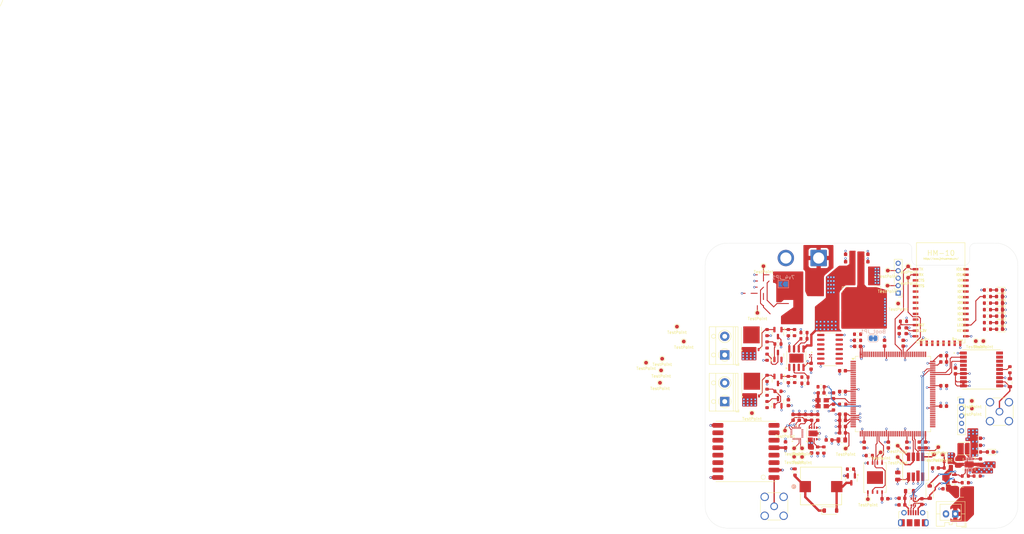
<source format=kicad_pcb>
(kicad_pcb (version 20240108) (generator "pcbnew") (generator_version "8.0")
  (layers (0 "F.Cu" signal "Top_Signal") (1 "In1.Cu" power "GND") (2 "In2.Cu" power "POWER") (31 "B.Cu" signal "Bottom_Signal") (34 "B.Paste" user) (35 "F.Paste" user) (36 "B.SilkS" user "B.Silkscreen") (37 "F.SilkS" user "F.Silkscreen") (38 "B.Mask" user) (39 "F.Mask" user) (44 "Edge.Cuts" user))
  (net 0 "")
  (net 1 "+3V3")
  (net 2 "GND")
  (net 3 "Net-(1v8_REG1-Cdelay)")
  (net 4 "+1V8")
  (net 5 "Net-(1v8_REG1-~{SHDN})")
  (net 6 "VCC")
  (net 7 "Net-(3v3_PWRSwitch1-VAUX)")
  (net 8 "Net-(3v3_PWRSwitch1-L)")
  (net 9 "Net-(3v3_LED1-A)")
  (net 10 "Net-(3v3_PWRSwitch1-UVLO)")
  (net 11 "+3V7")
  (net 12 "3v7_An")
  (net 13 "Net-(3v7_J1-Pin_1)")
  (net 14 "VDD")
  (net 15 "+7V4")
  (net 16 "+5V")
  (net 17 "Net-(5v_LED1-A)")
  (net 18 "Net-(7v4_JP1-A)")
  (net 19 "7v4_An")
  (net 20 "Net-(7v4_J1-Pin_1)")
  (net 21 "Net-(7v4_MOSFET1-G)")
  (net 22 "Net-(7v4_NPN1-B)")
  (net 23 "7v4Enable")
  (net 24 "Net-(LED_7v4Enable1-A)")
  (net 25 "Net-(Batt7v4_L1-A)")
  (net 26 "Net-(Batt7v4_R1-Pad1)")
  (net 27 "Net-(Boot_JP1-B)")
  (net 28 "BOOT0")
  (net 29 "Net-(E1-RESET)")
  (net 30 "Net-(BT_LED1-A)")
  (net 31 "Net-(E1-LED)")
  (net 32 "Net-(D3-K)")
  (net 33 "Net-(BUZ_NPN1-C)")
  (net 34 "Net-(BUZ_NPN1-B)")
  (net 35 "Buzzer_PWM")
  (net 36 "Net-(CLED_LED1-A)")
  (net 37 "CriticalLEDEnable")
  (net 38 "+3.3VA")
  (net 39 "PH0")
  (net 40 "PH1")
  (net 45 "UART2_BT_RX")
  (net 60 "UART2_BT_TX")
  (net 67 "Net-(GPS_L1-Pad1)")
  (net 68 "GPS_RF")
  (net 69 "Net-(U5-VCC_REF)")
  (net 70 "Net-(U6-REGOUT)")
  (net 71 "/IO_Peripherals/RFM_ANT")
  (net 72 "Net-(U10-~{WP}(IO2))")
  (net 73 "Net-(Pyros_AMP1B--)")
  (net 74 "Pyros_DrogueADC")
  (net 75 "Net-(Pyros_AMP1A--)")
  (net 76 "Pyros_MainADC")
  (net 78 "Pyros_MainOn")
  (net 79 "Net-(Pyros_AND1-1Y)")
  (net 80 "Pyros_Bluetooth")
  (net 82 "Pyros_DrogueODB")
  (net 83 "Pyros_MainODB")
  (net 84 "Pyros_DrogueOn")
  (net 86 "Net-(Pyros_AND1-2A)")
  (net 87 "Net-(Pyros_J1-Pin_2)")
  (net 88 "Net-(Pyros_J2-Pin_2)")
  (net 89 "Net-(Pyros_LED1-A)")
  (net 90 "Net-(Pyros_LED2-A)")
  (net 91 "Net-(Pyros_LED4-A)")
  (net 92 "Net-(Pyros_MOSFET1-G)")
  (net 93 "Net-(Pyros_MOSFET2-G)")
  (net 94 "Net-(Pyros_NPN1-B)")
  (net 95 "Net-(Pyros_NPN2-B)")
  (net 96 "Net-(Pyros_PNP1-B)")
  (net 97 "Net-(Pyros_PNP1-C)")
  (net 98 "Net-(Pyros_PNP2-C)")
  (net 99 "Net-(Pyros_PNP2-B)")
  (net 100 "~Pyros_Test")
  (net 101 "NRST")
  (net 102 "SYS_SWCLK")
  (net 103 "SYS_SWO")
  (net 104 "SYS_SWDIO")
  (net 105 "UART6_RFD_RTS")
  (net 106 "UART6_RFD_TX")
  (net 107 "UART6_RFD_RX")
  (net 109 "UART1_GPS_RX")
  (net 110 "USBData-")
  (net 115 "SPI1_ICM_RFM_MOSI")
  (net 119 "SPI1_RFM_CS")
  (net 121 "SPI1_ICM_RFM_SCLK")
  (net 125 "SPI5_Mem_MOSI")
  (net 127 "SPI1_ICM_CS")
  (net 128 "SPI1_ICM_RFM_MISO")
  (net 130 "RFM_NIRQ")
  (net 132 "SPI5_Mem_CS")
  (net 133 "SPI4_Baro_CS")
  (net 134 "SPI4_Baro_MOSI")
  (net 140 "USBData+")
  (net 144 "SPI4_Baro_MISO")
  (net 153 "RFM_SDN")
  (net 161 "ICM_INT")
  (net 168 "Net-(U1-VCAP_1)")
  (net 169 "UART1_GPS_TX")
  (net 178 "SPI5_Mem_SCLK")
  (net 185 "Net-(U1-VCAP_2)")
  (net 192 "SPI4_Baro_SCLK")
  (net 198 "SPI5_Mem_MISO")
  (net 228 "USBDataC-")
  (net 234 "USBVBus")
  (net 235 "USBDataC+")
  (net 240 "Net-(Crystal_C2-Pad1)")
  (footprint "TestPoint:TestPoint_Pad_D1.0mm" (layer "F.Cu") (at -7.5438 22.4028)
    (property "Reference" "TP16" (hide yes))
    (property "Value" "TestPoint")
  )
  (footprint "TestPoint:TestPoint_Pad_D1.0mm" (layer "F.Cu") (at -12.0904 37.465)
    (property "Reference" "TP23" (hide yes))
    (property "Value" "TestPoint")
  )
  (footprint "Resistor_SMD:R_0603_1608Metric" (layer "F.Cu") (at 24.0538 36.576 -90)
    (property "Reference" "Pyros_R6" (hide yes))
    (property "Value" "1k5" (hide yes))
  )
  (footprint "ODB:MS5803-01BA01_TEC" (layer "F.Cu") (at 56.5 60 90)
    (property "Reference" "U7" (hide yes))
    (property "Value" "MS580301BA01-00" (hide yes))
  )
  (footprint "Package_TO_SOT_SMD:SOT-23" (layer "F.Cu") (at 39.243 63.373 -90)
    (property "Reference" "BUZ_NPN1" (hide yes))
    (property "Value" "MMBT3904" (hide yes))
  )
  (footprint "TestPoint:TestPoint_Pad_D1.0mm" (layer "F.Cu") (at 74.676 26.289)
    (property "Reference" "TP7" (hide yes))
    (property "Value" "TestPoint")
  )
  (footprint "LED_SMD:LED_0603_1608Metric" (layer "F.Cu") (at 78.9941 14.3256 180)
    (property "Reference" "BT_LED1" (hide yes))
    (property "Value" "BLUE" (hide yes))
  )
  (footprint "Resistor_SMD:R_0603_1608Metric" (layer "F.Cu") (at 75.7683 21.336 180)
    (property "Reference" "Pyros_R17" (hide yes))
    (property "Value" "1k5" (hide yes))
  )
  (footprint "Capacitor_SMD:C_0603_1608Metric" (layer "F.Cu") (at 34.4424 43.9928 -90)
    (property "Reference" "Crystal_C2" (hide yes))
    (property "Value" "8pF" (hide yes))
  )
  (footprint "Diode_SMD:D_SOD-123" (layer "F.Cu") (at 33.655 71.755)
    (property "Reference" "D3" (hide yes))
    (property "Value" "BUZ_D_Schottky" (hide yes))
  )
  (footprint "Capacitor_SMD:C_0603_1608Metric" (layer "F.Cu") (at 36.9062 49.1998 180)
    (property "Reference" "Decouple_C14" (hide yes))
    (property "Value" "10uF" (hide yes))
  )
  (footprint "Package_QFP:LQFP-144_20x20mm_P0.5mm" (layer "F.Cu") (at 50.419 40.4876)
    (property "Reference" "U1" (hide yes))
    (property "Value" "STM32F412ZGTx" (hide yes))
  )
  (footprint "Inductor_SMD:L_0805_2012Metric" (layer "F.Cu") (at 54.864 66.548 180)
    (property "Reference" "USB_FB1" (hide yes))
    (property "Value" "120R" (hide yes))
  )
  (footprint "TestPoint:TestPoint_Pad_D1.0mm" (layer "F.Cu") (at 63.754 56.7182)
    (property "Reference" "TP13" (hide yes))
    (property "Value" "TestPoint")
  )
  (footprint "TestPoint:TestPoint_Pad_D1.0mm" (layer "F.Cu") (at -11.5062 31.0134)
    (property "Reference" "TP25" (hide yes))
    (property "Value" "TestPoint")
  )
  (footprint "Capacitor_SMD:C_0603_1608Metric" (layer "F.Cu") (at 67.7926 58.674 -90)
    (property "Reference" "3v3_C1" (hide yes))
    (property "Value" "10uf" (hide yes))
  )
  (footprint "Resistor_SMD:R_0603_1608Metric" (layer "F.Cu") (at 39.0144 60.6298 180)
    (property "Reference" "BUZ_R2" (hide yes))
    (property "Value" "1k5" (hide yes))
  )
  (footprint "TestPoint:TestPoint_Pad_D1.0mm" (layer "F.Cu") (at 61.4426 56.6928)
    (property "Reference" "TP30" (hide yes))
    (property "Value" "TestPoint")
  )
  (footprint "Capacitor_SMD:C_0603_1608Metric" (layer "F.Cu") (at 36.9062 45.8978 180)
    (property "Reference" "Decouple_C3" (hide yes))
    (property "Value" "100nF" (hide yes))
  )
  (footprint "Capacitor_SMD:C_0603_1608Metric" (layer "F.Cu") (at 64.008 43.7388)
    (property "Reference" "Decouple_C17" (hide yes))
    (property "Value" "100nF" (hide yes))
  )
  (footprint "Resistor_SMD:R_0603_1608Metric" (layer "F.Cu") (at 44.069 56.9976 180)
    (property "Reference" "MEM_R1" (hide yes))
    (property "Value" "1k5" (hide yes))
  )
  (footprint "Resistor_SMD:R_0603_1608Metric" (layer "F.Cu") (at 30.226 55.499 -90)
    (property "Reference" "1v8_R1" (hide yes))
    (property "Value" "12.2k" (hide yes))
  )
  (footprint "Resistor_SMD:R_0603_1608Metric" (layer "F.Cu") (at 16.637 40.005 -90)
    (property "Reference" "Pyros_R1" (hide yes))
    (property "Value" "1k5" (hide yes))
  )
  (footprint "TestPoint:TestPoint_Pad_D1.0mm" (layer "F.Cu") (at 26.035 55.0418)
    (property "Reference" "TP6" (hide yes))
    (property "Value" "TestPoint")
  )
  (footprint "Inductor_SMD:L_0805_2012Metric" (layer "F.Cu") (at 81.788 37.4396 -90)
    (property "Reference" "GPS_L1" (hide yes))
    (property "Value" "100nH" (hide yes))
  )
  (footprint "Resistor_SMD:R_0603_1608Metric" (layer "F.Cu") (at 31.877 55.499 90)
    (property "Reference" "1v8_R2" (hide yes))
    (property "Value" "10k" (hide yes))
  )
  (footprint "TestPoint:TestPoint_Pad_D1.0mm" (layer "F.Cu") (at 23.9014 57.3024)
    (property "Reference" "TP5" (hide yes))
    (property "Value" "TestPoint")
  )
  (footprint "Package_TO_SOT_SMD:TDSON-8-1" (layer "F.Cu") (at 12.446 25.654 90)
    (property "Reference" "Pyros_MOSFET2" (hide yes))
    (property "Value" "CSD17310Q5A" (hide yes))
  )
  (footprint "LED_SMD:LED_0603_1608Metric" (layer "F.Cu") (at 79.0195 16.0782 180)
    (property "Reference" "LED_7v4Enable1" (hide yes))
    (property "Value" "GREEN" (hide yes))
  )
  (footprint "Resistor_SMD:R_0603_1608Metric" (layer "F.Cu") (at 53.2384 20.9804)
    (property "Reference" "BT_R1" (hide yes))
    (property "Value" "10k" (hide yes))
  )
  (footprint "Capacitor_SMD:C_0603_1608Metric" (layer "F.Cu") (at 73.1012 54.2544)
    (property "Reference" "3v3_C4" (hide yes))
    (property "Value" "100nf" (hide yes))
  )
  (footprint "Connector_PinHeader_2.00mm:PinHeader_1x05_P2.00mm_Vertical" (layer "F.Cu") (at 68.834 42.355)
    (property "Reference" "SW_J1" (hide yes))
    (property "Value" "SYS_Conn_01x05_Socket" (hide yes))
  )
  (footprint "Connector_Coaxial:SMA_Wurth_60312002114503_Vertical" (layer "F.Cu") (at 18.542 70.612)
    (property "Reference" "J5" (hide yes))
    (property "Value" "RFM_Conn_Coaxial" (hide yes))
  )
  (footprint "Resistor_SMD:R_0603_1608Metric" (layer "F.Cu") (at 64.9986 58.547 180)
    (property "Reference" "3v7_R1" (hide yes))
    (property "Value" "100k 1%" (hide yes))
  )
  (footprint "Resistor_SMD:R_0603_1608Metric" (layer "F.Cu") (at 40.9194 26.0858 180)
    (property "Reference" "Boot_R2" (hide yes))
    (property "Value" "10k" (hide yes))
  )
  (footprint "Capacitor_SMD:C_0603_1608Metric" (layer "F.Cu") (at 38.481 4.9784 180)
    (property "Reference" "5v_C2" (hide yes))
    (property "Value" "100nf" (hide yes))
  )
  (footprint "TestPoint:TestPoint_Pad_D1.0mm" (layer "F.Cu") (at 14.0462 18.7198)
    (property "Reference" "TP21" (hide yes))
    (property "Value" "TestPoint")
  )
  (footprint "TestPoint:TestPoint_Pad_D1.0mm" (layer "F.Cu") (at 43.688 68.707)
    (property "Reference" "TP11" (hide yes))
    (property "Value" "TestPoint")
  )
  (footprint "TestPoint:TestPoint_Pad_D1.0mm" (layer "F.Cu") (at -5.715 26.3906)
    (property "Reference" "TP15" (hide yes))
    (property "Value" "TestPoint")
  )
  (footprint "ODB:RFM22b-S2" (layer "F.Cu") (at 11.8872 55.25 180)
    (property "Reference" "U9" (hide yes))
    (property "Value" "~" (hide yes))
  )
  (footprint "Capacitor_SMD:C_0603_1608Metric" (layer "F.Cu") (at 42.6974 54.1528 -90)
    (property "Reference" "Decouple_C4" (hide yes))
    (property "Value" "100nF" (hide yes))
  )
  (footprint "MountingHole:MountingHole_4.3mm_M4" (layer "F.Cu") (at 5.969 5.969)
    (property "Reference" "H1" (hide yes))
    (property "Value" "MountingHole" (hide yes))
  )
  (footprint "Package_TO_SOT_SMD:SOT-23" (layer "F.Cu") (at 19.558 36.703 -90)
    (property "Reference" "Pyros_NPN1" (hide yes))
    (property "Value" "MMBT3904" (hide yes))
  )
  (footprint "Capacitor_SMD:C_0603_1608Metric" (layer "F.Cu") (at 23.622 46.749 90)
    (property "Reference" "ICM_C2" (hide yes))
    (property "Value" "100nF" (hide yes))
  )
  (footprint "ODB:HM-10" (layer "F.Cu") (at 63.9826 6.985)
    (property "Reference" "E1" (hide yes))
    (property "Value" "HM-10" (hide yes))
  )
  (footprint "LED_SMD:LED_0603_1608Metric" (layer "F.Cu") (at 78.9941 12.573 180)
    (property "Reference" "5v_LED1" (hide yes))
    (property "Value" "GREEN" (hide yes))
  )
  (footprint "Package_TO_SOT_SMD:SOT-23" (layer "F.Cu") (at 19.558 30.2768 90)
    (property "Reference" "Pyros_PNP2" (hide yes))
    (property "Value" "BC857" (hide yes))
  )
  (footprint "Package_SO:SOIC-14_3.9x8.7mm_P1.27mm" (layer "F.Cu") (at 33.528 28.448)
    (property "Reference" "Pyros_AND1" (hide yes))
    (property "Value" "SN74HC08DR" (hide yes))
  )
  (footprint "Resistor_SMD:R_0603_1608Metric" (layer "F.Cu") (at 75.7683 16.087)
    (property "Reference" "7v4_R8" (hide yes))
    (property "Value" "1k" (hide yes))
  )
  (footprint "Resistor_SMD:R_0603_1608Metric" (layer "F.Cu") (at 26.543 24.003 180)
    (property "Reference" "Pyros_R5" (hide yes))
    (property "Value" "10k" (hide yes))
  )
  (footprint "Resistor_SMD:R_0805_2012Metric" (layer "F.Cu") (at 36.703 52.8066 180)
    (property "Reference" "Coupling_FB1" (hide yes))
    (property "Value" "120R" (hide yes))
  )
  (footprint "Capacitor_SMD:C_0603_1608Metric" (layer "F.Cu") (at 26.924 46.749 90)
    (property "Reference" "1v8_C4" (hide yes))
    (property "Value" "10uf" (hide yes))
  )
  (footprint "Resistor_SMD:R_0603_1608Metric" (layer "F.Cu") (at 24.003 24.003 -90)
    (property "Reference" "Pyros_R14" (hide yes))
    (property "Value" "1k5" (hide yes))
  )
  (footprint "Capacitor_SMD:C_0603_1608Metric" (layer "F.Cu") (at 73.8886 58.674 -90)
    (property "Reference" "3v3_C2" (hide yes))
    (property "Value" "100nf" (hide yes))
  )
  (footprint "Capacitor_SMD:C_0603_1608Metric" (layer "F.Cu") (at 53.975 23.495 -90)
    (property "Reference" "BT_C1" (hide yes))
    (property "Value" "10uF" (hide yes))
  )
  (footprint "Capacitor_SMD:C_0603_1608Metric" (layer "F.Cu") (at 31.1404 40.1828 180)
    (property "Reference" "RST_C1" (hide yes))
    (property "Value" "100nF" (hide yes))
  )
  (footprint "Capacitor_SMD:C_0603_1608Metric" (layer "F.Cu") (at 67.183 34.277 -90)
    (property "Reference" "GPS_C1" (hide yes))
    (property "Value" "100nf" (hide yes))
  )
  (footprint "Library:XTAL_TSX-3225_26.0000MF09Z-AC0" (layer "F.Cu") (at 31.4198 42.9514 -90)
    (property "Reference" "Crystal_Y1" (hide yes))
    (property "Value" "26MHz" (hide yes))
  )
  (footprint "Capacitor_SMD:C_0603_1608Metric" (layer "F.Cu") (at 42.926 2.9972)
    (property "Reference" "5v_C3" (hide yes))
    (property "Value" "10uf" (hide yes))
  )
  (footprint "TestPoint:TestPoint_Pad_D1.0mm" (layer "F.Cu") (at 54.483 9.271)
    (property "Reference" "TP29" (hide yes))
    (property "Value" "TestPoint")
  )
  (footprint "Capacitor_SMD:C_0603_1608Metric" (layer "F.Cu") (at 48.26 68.58 180)
    (property "Reference" "MEM_C1" (hide yes))
    (property "Value" "10uF" (hide yes))
  )
  (footprint "Capacitor_SMD:C_0603_1608Metric" (layer "F.Cu") (at 34.4424 40.9448 90)
    (property "Reference" "Crystal_C1" (hide yes))
    (property "Value" "8pF" (hide yes))
  )
  (footprint "LED_SMD:LED_0603_1608Metric" (layer "F.Cu") (at 79.0195 17.8308 180)
    (property "Reference" "Pyros_LED4" (hide yes))
    (property "Value" "GREEN" (hide yes))
  )
  (footprint "Resistor_SMD:R_0603_1608Metric" (layer "F.Cu") (at 69.8246 62.484)
    (property "Reference" "3v3_R1" (hide yes))
    (property "Value" "3M 1%" (hide yes))
  )
  (footprint "TerminalBlock_RND:TerminalBlock_RND_205-00012_1x02_P5.00mm_Horizontal" (layer "F.Cu") (at 5.2832 42.4942 90)
    (property "Reference" "Pyros_J1" (hide yes))
    (property "Value" "Pyro_Main" (hide yes))
  )
  (footprint "ODB:SMTB-0927-TW-R_PUI" (layer "F.Cu") (at 31.115 65.151)
    (property "Reference" "BUZ_Buzzer1" (hide yes))
    (property "Value" "SMTB-0927-TW-R" (hide yes))
  )
  (footprint "Package_TO_SOT_SMD:SOT-666" (layer "F.Cu") (at 55.88 69.469 90)
    (property "Reference" "USB_Connector1" (hide yes))
    (property "Value" "USBLC6-2P6" (hide yes))
  )
  (footprint "LED_SMD:LED_0603_1608Metric" (layer "F.Cu") (at 76.5302 56.0324 180)
    (property "Reference" "3v3_LED1" (hide yes))
    (property "Value" "GREEN" (hide yes))
  )
  (footprint "Capacitor_SMD:C_0603_1608Metric" (layer "F.Cu") (at 54.1528 54.1528 -90)
    (property "Reference" "Decouple_C10" (hide yes))
    (property "Value" "100nF" (hide yes))
  )
  (footprint "Package_TO_SOT_SMD:SOT-23" (layer "F.Cu") (at 19.558 24.13 -90)
    (property "Reference" "Pyros_NPN2" (hide yes))
    (property "Value" "MMBT3904" (hide yes))
  )
  (footprint "Library:SON127P600X800X80-9N" (layer "F.Cu") (at 45.593 62.8904 -90)
    (property "Reference" "U10" (hide yes))
    (property "Value" "W25Q512JVEIQ" (hide yes))
  )
  (footprint "Resistor_SMD:R_0603_1608Metric" (layer "F.Cu") (at 75.7683 23.0886 180)
    (property "Reference" "CLED_R1" (hide yes))
    (property "Value" "1k5" (hide yes))
  )
  (footprint "Capacitor_SMD:C_0603_1608Metric" (layer "F.Cu") (at 28.575 55.499 -90)
    (property "Reference" "1v8_C1" (hide yes))
    (property "Value" "10uf" (hide yes))
  )
  (footprint "TestPoint:TestPoint_Pad_D1.0mm" (layer "F.Cu") (at 71.5772 44.3738)
    (property "Reference" "TP10" (hide yes))
    (property "Value" "TestPoint")
  )
  (footprint "Capacitor_SMD:C_0603_1608Metric" (layer "F.Cu") (at 36.9062 50.9016 180)
    (property "Reference" "Decouple_C15" (hide yes))
    (property "Value" "10nF" (hide yes))
  )
  (footprint "TestPoint:TestPoint_Pad_D1.0mm" (layer "F.Cu") (at 37.719 55.118)
    (property "Reference" "TP1" (hide yes))
    (property "Value" "TestPoint")
  )
  (footprint "Connector_JST:JST_XA_B02B-XASK-1_1x02_P2.50mm_Vertical" (layer "F.Cu") (at 67.143 72.644 180)
    (property "Reference" "3v7_J1" (hide yes))
    (property "Value" "Batt4v2" (hide yes))
  )
  (footprint "Resistor_SMD:R_0603_1608Metric" (layer "F.Cu") (at 75.7683 14.337)
    (property "Reference" "BT_R2" (hide yes))
    (property "Value" "1k5" (hide yes))
  )
  (footprint "Package_SO:SOIC-8-1EP_3.9x4.9mm_P1.27mm_EP2.41x3.81mm" (layer "F.Cu") (at 24.511 30.861 90)
    (property "Reference" "Pyros_AMP1" (hide yes))
    (property "Value" "TLV2372" (hide yes))
  )
  (footprint "Resistor_SMD:R_0603_1608Metric" (layer "F.Cu") (at 19.558 27.051)
    (property "Reference" "Pyros_R10" (hide yes))
    (property "Value" "10k" (hide yes))
  )
  (footprint "Capacitor_SMD:C_0603_1608Metric" (layer "F.Cu") (at 36.8808 34.2392 180)
    (property "Reference" "Decouple_C2" (hide yes))
    (property "Value" "100nF" (hide yes))
  )
  (footprint "Resistor_SMD:R_0603_1608Metric" (layer "F.Cu") (at 69.825 64.278)
    (property "Reference" "3v7_R3" (hide yes))
    (property "Value" "100k" (hide yes))
  )
  (footprint "Resistor_SMD:R_0603_1608Metric" (layer "F.Cu") (at 75.7683 19.587 180)
    (property "Reference" "Pyros_R18" (hide yes))
    (property "Value" "1k5" (hide yes))
  )
  (footprint "Package_TO_SOT_SMD:TO-263-3_TabPin2" (layer "F.Cu") (at 41.9862 16.4846 -90)
    (property "Reference" "5v_REG1" (hide yes))
    (property "Value" "LM1085-5.0" (hide yes))
  )
  (footprint "MountingHole:MountingHole_4.3mm_M4" (layer "F.Cu") (at 5.969 70.485)
    (property "Reference" "H4" (hide yes))
    (property "Value" "MountingHole" (hide yes))
  )
  (footprint "Capacitor_SMD:C_0603_1608Metric" (layer "F.Cu") (at 48.1584 26.8478 90)
    (property "Reference" "Decouple_C7" (hide yes))
    (property "Value" "100nF" (hide yes))
  )
  (footprint "TestPoint:TestPoint_Pad_D1.0mm" (layer "F.Cu") (at 48.9458 11.4046)
    (property "Reference" "TP17" (hide yes))
    (property "Value" "TestPoint")
  )
  (footprint "Fuse:Fuse_1210_3225Metric" (layer "F.Cu") (at 68.8086 66.802)
    (property "Reference" "3v7_FUZE1" (hide yes))
    (property "Value" "0ZCH0075AF2E (750ma)" (hide yes))
  )
  (footprint "Library:IC_74LV1T87GXH" (layer "F.Cu") (at 28.317 30.287 -90)
    (property "Reference" "Pyros_XNOR1" (hide yes))
    (property "Value" "74LV1T87GXH" (hide yes))
  )
  (footprint "Capacitor_SMD:C_0603_1608Metric" (layer "F.Cu") (at 28.575 46.749 90)
    (property "Reference" "1v8_C3" (hide yes))
    (property "Value" "100nf" (hide yes))
  )
  (footprint "Package_TO_SOT_SMD:TDSON-8-1" (layer "F.Cu") (at 12.573 38.1 90)
    (property "Reference" "Pyros_MOSFET1" (hide yes))
    (property "Value" "CSD17310Q5A" (hide yes))
  )
  (footprint "Resistor_SMD:R_0603_1608Metric" (layer "F.Cu") (at 19.558 39.751)
    (property "Reference" "Pyros_R2" (hide yes))
    (property "Value" "10k" (hide yes))
  )
  (footprint "Capacitor_SMD:C_0603_1608Metric" (layer "F.Cu") (at 64.0334 38.2524)
    (property "Reference" "Decouple_C11" (hide yes))
    (property "Value" "100nF" (hide yes))
  )
  (footprint "Diode_SMD:D_SOD-123" (layer "F.Cu") (at 60.2742 66.802 -90)
    (property "Reference" "USB_D1" (hide yes))
    (property "Value" "B260A-13-F" (hide yes))
  )
  (footprint "Resistor_SMD:R_0603_1608Metric" (layer "F.Cu") (at 16.637 27.305 -90)
    (property "Reference" "Pyros_R9" (hide yes))
    (property "Value" "1k5" (hide yes))
  )
  (footprint "Capacitor_SMD:C_0603_1608Metric" (layer "F.Cu") (at 53.1622 26.8478 90)
    (property "Reference" "Decouple_C6" (hide yes))
    (property "Value" "100nF" (hide yes))
  )
  (footprint "Resistor_SMD:R_0603_1608Metric" (layer "F.Cu") (at 26.543 25.654)
    (property "Reference" "Pyros_R4" (hide yes))
    (property "Value" "390k ±1%" (hide yes))
  )
  (footprint "Resistor_SMD:R_0603_1608Metric" (layer "F.Cu") (at 16.637 43.307 -90)
    (property "Reference" "Pyros_R3" (hide yes))
    (property "Value" "68R ±1%" (hide yes))
  )
  (footprint "Capacitor_SMD:C_0603_1608Metric" (layer "F.Cu") (at 64.0334 30.2006)
    (property "Reference" "Decouple_C12" (hide yes))
    (property "Value" "100nF" (hide yes))
  )
  (footprint "TestPoint:TestPoint_Pad_D1.0mm" (layer "F.Cu") (at -15.8242 32.0802)
    (property "Reference" "TP24" (hide yes))
    (property "Value" "TestPoint")
  )
  (footprint "TestPoint:TestPoint_Pad_D1.0mm" (layer "F.Cu") (at 15.6718 6.1722)
    (property "Reference" "TP14" (hide yes))
    (property "Value" "TestPoint")
  )
  (footprint "TestPoint:TestPoint_Pad_D1.0mm" (layer "F.Cu") (at 47.117 56.134)
    (property "Reference" "TP19" (hide yes))
    (property "Value" "TestPoint")
  )
  (footprint "Capacitor_SMD:C_0603_1608Metric" (layer "F.Cu") (at 52.0954 23.495 -90)
    (property "Reference" "BT_C2" (hide yes))
    (property "Value" "100nF" (hide yes))
  )
  (footprint "Resistor_SMD:R_0603_1608Metric" (layer "F.Cu") (at 16.637 30.607 -90)
    (property "Reference" "Pyros_R11" (hide yes))
    (property "Value" "68R ±1%" (hide yes))
  )
  (footprint "Resistor_SMD:R_0603_1608Metric" (layer "F.Cu") (at 26.797 37.592 180)
    (property "Reference" "Pyros_R13" (hide yes))
    (property "Value" "10k" (hide yes))
  )
  (footprint "Capacitor_SMD:C_0603_1608Metric" (layer "F.Cu") (at 52.832 68.453)
    (property "Reference" "USB_C2" (hide yes))
    (property "Value" "1uf" (hide yes))
  )
  (footprint "Connector_Wire:SolderWire-2.5sqmm_1x02_P8.8mm_D2.4mm_OD4.4mm" (layer "F.Cu") (at 30.48 3.9878 180)
    (property "Reference" "7v4_J1" (hide yes))
    (property "Value" "Batt7v4" (hide yes))
  )
  (footprint "Resistor_SMD:R_0603_1608Metric" (layer "F.Cu") (at 22.352 24.003 90)
    (property "Reference" "Pyros_R15" (hide yes))
    (property "Value" "10k" (hide yes))
  )
  (footprint "Resistor_SMD:R_0603_1608Metric" (layer "F.Cu") (at 81.788 33.9598 90)
    (property "Reference" "GPS_R1" (hide yes))
    (property "Value" "10R" (hide yes))
  )
  (footprint "Capacitor_SMD:C_0603_1608Metric" (layer "F.Cu") (at 38.481 2.9972 180)
    (property "Reference" "5v_C1" (hide yes))
    (property "Value" "10uf" (hide yes))
  )
  (footprint "Package_TO_SOT_SMD:SOT-23" (layer "F.Cu") (at 19.558 42.672 90)
    (property "Reference" "Pyros_PNP1" (hide yes))
    (property "Value" "BC857" (hide yes))
  )
  (footprint "TestPoint:TestPoint_Pad_D1.0mm" (layer "F.Cu") (at 71.5772 42.3418)
    (property "Reference" "TP9" (hide yes))
    (property "Value" "TestPoint")
  )
  (footprint "TestPoint:TestPoint_Pad_D1.0mm" (layer "F.Cu") (at 12.573 45.593)
    (property "Reference" "TP12" (hide yes))
    (property "Value" "TestPoint")
  )
  (footprint "TestPoint:TestPoint_Pad_D1.0mm" (layer "F.Cu") (at 51.689 54.356)
    (property "Reference" "TP20" (hide yes))
    (property "Value" "TestPoint")
  )
  (footprint "Capacitor_SMD:C_0603_1608Metric" (layer "F.Cu") (at 36.9062 47.5488 180)
    (property "Reference" "Decouple_C1" (hide yes))
    (property "Value" "10uF" (hide yes))
  )
  (footprint "LED_SMD:LED_0603_1608Metric" (layer "F.Cu") (at 79.0195 21.336 180)
    (property "Reference" "Pyros_LED1" (hide yes))
    (property "Value" "GREEN" (hide yes))
  )
  (footprint "Connector_PinHeader_2.00mm:PinHeader_1x05_P2.00mm_Vertical" (layer "F.Cu") (at 51.816 13.398 180)
    (property "Reference" "SW_J2" (hide yes))
    (property "Value" "RFD_Conn_01x05_Socket" (hide yes))
  )
  (footprint "Connector_USB:USB_Micro-B_Molex-105017-0001" (layer "F.Cu") (at 55.88 73.787)
    (property "Reference" "USB_Bus1" (hide yes))
    (property "Value" "USB_B_Micro" (hide yes))
  )
  (footprint "Capacitor_SMD:C_0603_1608Metric" (layer "F.Cu") (at 25.273 46.749 90)
    (property "Reference" "ICM_C1" (hide yes))
    (property "Value" "100nF" (hide yes))
  )
  (footprint "Capacitor_SMD:C_0603_1608Metric" (layer "F.Cu") (at 30.226 46.749 90)
    (property "Reference" "1v8_C2" (hide yes))
    (property "Value" "100nf" (hide yes))
  )
  (footprint "Resistor_SMD:R_0603_1608Metric" (layer "F.Cu") (at 24.13 61.3918 90)
    (property "Reference" "BUZ_R1" (hide yes))
    (property "Value" "1k5" (hide yes))
  )
  (footprint "Resistor_SMD:R_0603_1608Metric" (layer "F.Cu") (at 26.797 35.941)
    (property "Reference" "Pyros_R12" (hide yes))
    (property "Value" "390k ±1%" (hide yes))
  )
  (footprint "TestPoint:TestPoint_Pad_D1.0mm" (layer "F.Cu") (at 51.689 57.404)
    (property "Reference" "TP26" (hide yes))
    (property "Value" "TestPoint")
  )
  (footprint "Capacitor_SMD:C_0603_1608Metric" (layer "F.Cu") (at 49.1744 54.1528 -90)
    (property "Reference" "Decouple_C9" (hide yes))
    (property "Value" "100nF" (hide yes))
  )
  (footprint "Capacitor_SMD:C_0603_1608Metric" (layer "F.Cu") (at 33.274 52.8066 180)
    (property "Reference" "Decouple_C16" (hide yes))
    (property "Value" "10nF" (hide yes))
  )
  (footprint "Capacitor_SMD:C_0603_1608Metric" (layer "F.Cu") (at 42.926 4.9784)
    (property "Reference" "5v_C4" (hide yes))
    (property "Value" "100nf" (hide yes))
  )
  (footprint "Capacitor_SMD:C_0603_1608Metric" (layer "F.Cu") (at 57.4802 54.1528 -90)
    (property "Reference" "VCAP_C1" (hide yes))
    (property "Value" "4.7uF" (hide yes))
  )
  (footprint "TestPoint:TestPoint_Pad_D1.0mm" (layer "F.Cu") (at 72.644 26.289)
    (property "Reference" "TP8" (hide yes))
    (property "Value" "TestPoint")
  )
  (footprint "Resistor_SMD:R_0603_1608Metric" (layer "F.Cu") (at 75.7683 17.837 180)
    (property "Reference" "Pyros_R19" (hide yes))
    (property "Value" "1k5" (hide yes))
  )
  (footprint "Capacitor_SMD:C_0603_1608Metric" (layer "F.Cu") (at 21.59 54.102 -90)
    (property "Reference" "Beacon_C1" (hide yes))
    (property "Value" "10uF" (hide yes))
  )
  (footprint "Library:IND_LQH3NPN3R3MMEL" (layer "F.Cu") (at 69.4436 55.118)
    (property "Reference" "3v3_L1" (hide yes))
    (property "Value" "3.3uH" (hide yes))
  )
  (footprint "Resistor_SMD:R_0603_1608Metric" (layer "F.Cu") (at 36.9316 43.2308 180)
    (property "Reference" "Crystal_R1" (hide yes))
    (property "Value" "0R" (hide yes))
  )
  (footprint "Capacitor_SMD:C_0603_1608Metric" (layer "F.Cu") (at 73.1012 52.3494)
    (property "Reference" "3v3_C3" (hide yes))
    (property "Value" "33uf" (hide yes))
  )
  (footprint "TerminalBlock_RND:TerminalBlock_RND_205-00012_1x02_P5.00mm_Horizontal" (layer "F.Cu") (at 5.2832 29.9974 90)
    (property "Reference" "Pyros_J2" (hide yes))
    (property "Value" "Pyro_Drogue" (hide yes))
  )
  (footprint "TestPoint:TestPoint_Pad_D1.0mm" (layer "F.Cu") (at 23.9014 55.0418)
    (property "Reference" "TP4" (hide yes))
    (property "Value" "TestPoint")
  )
  (footprint "Capacitor_SMD:C_0603_1608Metric" (layer "F.Cu") (at 40.9194 27.686 180)
    (property "Reference" "Decouple_C13" (hide yes))
    (property "Value" "100nF" (hide yes))
  )
  (footprint "Package_TO_SOT_SMD:SOT-23-3" (layer "F.Cu") (at 65.7606 63.119 180)
    (property "Reference" "3v7_MOSFET1" (hide yes))
    (property "Value" "PJA3411_R1_00001" (hide yes))
  )
  (footprint "Capacitor_SMD:C_0603_1608Metric" (layer "F.Cu") (at 58.166 69.342 90)
    (property "Reference" "USB_C1" (hide yes))
    (property "Value" "100nf" (hide yes))
  )
  (footprint "Capacitor_SMD:C_0603_1608Metric" (layer "F.Cu") (at 64.6176 65.913 180)
    (property "Reference" "3v7_C1" (hide yes))
    (property "Value" "10uf" (hide yes))
  )
  (footprint "TestPoint:TestPoint_Pad_D1.0mm" (layer "F.Cu") (at -11.7856 34.1376)
    (property "Reference" "TP22" (hide yes))
    (property "Value" "TestPoint")
  )
  (footprint "MountingHole:MountingHole_4.3mm_M4" (layer "F.Cu") (at 77.978 5.969)
    (property "Reference" "H2" (hide yes))
    (property "Value" "MountingHole" (hide yes))
  )
  (footprint "LED_SMD:LED_0603_1608Metric" (layer "F.Cu") (at 79.0195 23.0886 180)
    (property "Reference" "CLED_LED1" (hide yes))
    (property "Value" "RED" (hide yes))
  )
  (footprint "TestPoint:TestPoint_Pad_D1.0mm" (layer "F.Cu") (at 49.022 7.366)
    (property "Reference" "TP18" (hide yes))
    (property "Value" "TestPoint")
  )
  (footprint "Resistor_SMD:R_0603_1608Metric" (layer "F.Cu") (at 72.9996 62.484)
    (property "Reference" "3v3_R2" (hide yes))
    (property "Value" "249k 1%" (hide yes))
  )
  (footprint "Capacitor_SMD:C_0805_2012Metric" (layer "F.Cu") (at 51.7144 62.484 -90)
    (property "Reference" "Baro_C1" (hide yes))
    (property "Value" "100nF" (hide yes))
  )
  (footprint "Capacitor_SMD:C_0603_1608Metric" (layer "F.Cu") (at 22.352 42.799 90)
    (property "Reference" "Pyros_C2" (hide yes))
    (property "Value" "100nF" (hide yes))
  )
  (footprint "Connector_Coaxial:SMA_Wurth_60312002114503_Vertical" (layer "F.Cu") (at 78.994 45.212 90)
    (property "Reference" "J4" (hide yes))
    (property "Value" "RF2-04A-T-00-50-G" (hide yes))
  )
  (footprint "Capacitor_SMD:C_0603_1608Metric" (layer "F.Cu") (at 59.182 54.1528 -90)
    (property "Reference" "Decouple_C5" (hide yes))
    (property "Value" "100nF" (hide yes))
  )
  (footprint "Resistor_SMD:R_0603_1608Metric" (layer "F.Cu") (at 16.637 36.2712 90)
    (property "Reference" "Pyros_R8" (hide yes))
    (property "Value" "10k" (hide yes))
  )
  (footprint "Capacitor_SMD:C_0603_1608Metric" (layer "F.Cu") (at 28.448 33.02 90)
    (property "Reference" "Pyros_C1" (hide yes))
    (property "Value" "100nF" (hide yes))
  )
  (footprint "Package_SON:VSON-10-1EP_3x3mm_P0.5mm_EP1.65x2.4mm" (layer "F.Cu") (at 70.8406 59.3598 -90)
    (property "Reference" "3v3_PWRSwitch1" (hide yes))
    (property "Value" "TPS61201DRCR" (hide yes))
  )
  (footprint "Package_DFN_QFN:DFN-8-1EP_3x3mm_P0.65mm_EP1.55x2.4mm" (layer "F.Cu") (at 28.956 51.054 90)
    (property "Reference" "1v8_REG1" (hide yes))
    (property "Value" "MCP1727-1802xMF" (hide yes))
  )
  (footprint "TestPoint:TestPoint_Pad_D1.0mm" (layer "F.Cu") (at 51.816 16.2052)
    (property "Reference" "TP28" (hide yes))
    (property "Value" "TestPoint")
  )
  (footprint "Resistor_SMD:R_0603_1608Metric" (layer "F.Cu") (at 40.9194 24.4348)
    (property "Reference" "Boot_R1" (hide yes))
    (property "Value" "1k5" (hide yes))
  )
  (footprint "Capacitor_SMD:C_0603_1608Metric" (layer "F.Cu") (at 61.8236 60.325 180)
    (property "Reference" "3v7_C2" (hide yes))
    (property "Value" "100nf" (hide yes))
  )
  (footprint "Capacitor_SMD:C_0603_1608Metric" (layer "F.Cu") (at 52.832 70.231)
    (property "Reference" "USB_C3" (hide yes))
    (property "Value" "10uf" (hide yes))
  )
  (footprint "Resistor_SMD:R_0603_1608Metric" (layer "F.Cu") (at 31.1404 38.5318)
    (property "Reference" "RST_R1" (hide yes))
    (property "Value" "10k" (hide yes))
  )
  (footprint "Capacitor_SMD:C_0603_1608Metric" (layer "F.Cu") (at 36.8808 39.8018 180)
    (property "Reference" "Decouple_C8" (hide yes))
    (property "Value" "100nF" (hide yes))
  )
  (footprint "LED_SMD:LED_0603_1608Metric" (layer "F.Cu") (at 79.0195 19.5834 180)
    (property "Reference" "Pyros_LED2" (hide yes))
    (property "Value" "GREEN" (hide yes))
  )
  (footprint "ODB:L76_QWS" (layer "F.Cu") (at 74.168 33.8836)
    (property "Reference" "U5" (hide yes))
    (property "Value" "L76L-M33" (hide yes))
  )
  (footprint "Resistor_SMD:R_0603_1608Metric" (layer "F.Cu") (at 75.7683 12.573)
    (property "Reference" "5v_R1" (hide yes))
    (property "Value" "1k5" (hide yes))
  )
  (footprint "TestPoint:TestPoint_Pad_D1.0mm" (layer "F.Cu") (at 54.483 6.223)
    (property "Reference" "TP31" (hide yes))
    (property "Value" "TestPoint")
  )
  (footprint "Resistor_SMD:R_0603_1608Metric" (layer "F.Cu") (at 64.9986 60.325)
    (property "Reference" "3v7_R2" (hide yes))
    (property "Value" "30k 1%" (hide yes))
  )
  (footprint "Resistor_SMD:R_0603_1608Metric" (layer "F.Cu") (at 73.1012 56.0324)
    (property "Reference" "3v3_R3" (hide yes))
    (property "Value" "1k5" (hide yes))
  )
  (footprint "TestPoint:TestPoint_Pad_D1.0mm" (layer "F.Cu") (at 26.035 57.3532)
    (property "Reference" "TP3" (hide yes))
    (property "Value" "TestPoint")
  )
  (footprint "Capacitor_SMD:C_0603_1608Metric" (layer "F.Cu") (at 64.0334 31.877)
    (property "Reference" "VCAP_C2" (hide yes))
    (property "Value" "4.7uF" (hide yes))
  )
  (footprint "Resistor_SMD:R_0603_1608Metric" (layer "F.Cu") (at 16.637 24.003 90)
    (property "Reference" "Pyros_R16" (hide yes))
    (property "Value" "10k" (hide yes))
  )
  (footprint "ODB:ICM-L" (layer "F.Cu") (at 24.638 51.054 180)
    (property "Reference" "U6" (hide yes))
    (property "Value" "ICM-20948" (hide yes))
  )
  (footprint "MountingHole:MountingHole_4.3mm_M4" (layer "F.Cu") (at 77.978 70.485)
    (property "Reference" "H3" (hide yes))
    (property "Value" "MountingHole" (hide yes))
  )
  (footprint "TestPoint:TestPoint_Pad_D1.0mm" (layer "F.Cu") (at 62.5856 54.737)
    (property "Reference" "TP27" (hide yes))
    (property "Value" "TestPoint")
  )
  (footprint "Resistor_SMD:R_0603_1608Metric" (layer "F.Cu") (at 22.352 36.576 90)
    (property "Reference" "Pyros_R7" (hide yes))
    (property "Value" "10k" (hide yes))
  )
  (footprint "TestPoint:TestPoint_Pad_D1.0mm" (layer "F.Cu") (at 21.463 50.292)
    (property "Reference" "TP2" (hide yes))
    (property "Value" "TestPoint")
  )
  (footprint "Jumper:SolderJumper-2_P1.3mm_Bridged_RoundedPad1.0x1.5mm" (layer "B.Cu") (at 45.1 25.527 180)
    (property "Reference" "Boot_JP1")
    (property "Value" "SolderJumper_2_Open")
  )
  (footprint "Jumper:SolderJumper-2_P1.3mm_Open_TrianglePad1.0x1.5mm" (layer "B.Cu") (at 21 11 180)
    (property "Reference" "7v4_JP1")
    (property "Value" "SolderJumper_2_Open")
  )
  (gr_line (start -188.422059 -65.190179) (end -189.124416 -63.587364) (stroke (width 0.1)) (layer "F.SilkS"))
  (gr_arc (start 70.992789 1.524) (mid 71.430277 0.455238) (end 72.4916 0.000001) (stroke (width 0.05)) (layer "Edge.Cuts"))
  (gr_arc (start 83.947 70.485) (mid 82.19872 74.70572) (end 77.978 76.454) (stroke (width 0.0508)) (layer "Edge.Cuts"))
  (gr_arc (start 5.969 76.454) (mid 1.74828 74.70572) (end 0 70.485) (stroke (width 0.05)) (layer "Edge.Cuts"))
  (gr_arc (start 57.023 5.969) (mid 55.945369 5.522631) (end 55.499 4.445) (stroke (width 0.05)) (layer "Edge.Cuts"))
  (gr_line (start 57.023 5.969) (end 69.4944 5.969) (stroke (width 0.0508)) (layer "Edge.Cuts"))
  (gr_arc (start 0 5.969) (mid 1.74828 1.74828) (end 5.969 0) (stroke (width 0.0508)) (layer "Edge.Cuts"))
  (gr_arc (start 70.993 4.445) (mid 70.555572 5.513614) (end 69.494396 5.968788) (stroke (width 0.05)) (layer "Edge.Cuts"))
  (gr_arc (start 53.975 0) (mid 55.052631 0.446369) (end 55.499 1.524) (stroke (width 0.05)) (layer "Edge.Cuts"))
  (gr_line (start 72.4916 0) (end 77.978 0) (stroke (width 0.0508)) (layer "Edge.Cuts"))
  (gr_arc (start 77.978 0) (mid 82.19872 1.74828) (end 83.947 5.969) (stroke (width 0.0508)) (layer "Edge.Cuts"))
  (gr_line (start 50.8 0) (end 53.975 0) (stroke (width 0.0508)) (layer "Edge.Cuts"))
  (gr_line (start 55.499 1.524) (end 55.499 4.445) (stroke (width 0.0508)) (layer "Edge.Cuts"))
  (gr_line (start 70.993 1.524) (end 70.993 4.445) (stroke (width 0.0508)) (layer "Edge.Cuts"))
  (gr_line (start 50.8 0) (end 5.969 0) (stroke (width 0.05)) (layer "Edge.Cuts"))
  (gr_line (start 77.978 76.454) (end 5.969 76.454) (stroke (width 0.0508)) (layer "Edge.Cuts"))
  (gr_line (start 83.947 5.969) (end 83.947 70.485) (stroke (width 0.0508)) (layer "Edge.Cuts"))
  (gr_line (start 0 70.485) (end 0 5.969) (stroke (width 0.0508)) (layer "Edge.Cuts"))
  (segment (start 48.3108 53.3778) (end 49.1744 53.3778) (width 0.254) (layer "F.Cu") (net 1))
  (segment (start 47.485 69.5706) (end 47.485 68.58) (width 0.254) (layer "F.Cu") (net 1))
  (segment (start 69.318 37.183601) (end 70.965601 37.183601) (width 0.254) (layer "F.Cu") (net 1))
  (segment (start 63.2584 43.7388) (end 63.2584 42.8876) (width 0.254) (layer "F.Cu") (net 1))
  (segment (start 54.625 62.674998) (end 54.625 63.9168) (width 0.254) (layer "F.Cu") (net 1))
  (segment (start 41.8084 53.3778) (end 42.6974 53.3778) (width 0.254) (layer "F.Cu") (net 1))
  (segment (start 62.6185 30.226) (end 63.2584 30.226) (width 0.254) (layer "F.Cu") (net 1))
  (segment (start 20.3939 37.6405) (end 20.3962 37.6428) (width 0.254) (layer "F.Cu") (net 1))
  (segment (start 69.318 37.183601) (end 69.318 38.283601) (width 0.635) (layer "F.Cu") (net 1))
  (segment (start 67.646001 38.309001) (end 67.183 37.846) (width 0.254) (layer "F.Cu") (net 1))
  (segment (start 53.9874 27.6228) (end 54.0004 27.6098) (width 0.254) (layer "F.Cu") (net 1))
  (segment (start 39.7565 39.7376) (end 37.7454 39.7376) (width 0.254) (layer "F.Cu") (net 1))
  (segment (start 20.383 25.8948) (end 19.558 25.0698) (width 0.254) (layer "F.Cu") (net 1))
  (segment (start 20.508 44.7904) (end 20.5232 44.8056) (width 0.254) (layer "F.Cu") (net 1))
  (segment (start 42.169 29.8251) (end 42.169 30.8052) (width 0.254) (layer "F.Cu") (net 1))
  (segment (start 37.6812 39.8018) (end 37.7454 39.7376) (width 0.2) (layer "F.Cu") (net 1))
  (segment (start 41.669 29.8251) (end 41.669 27.6987) (width 0.254) (layer "F.Cu") (net 1))
  (segment (start 53.169 29.8251) (end 53.169 27.8328) (width 0.254) (layer "F.Cu") (net 1))
  (segment (start 69.318 34.9836) (end 70.95 34.9836) (width 0.254) (layer "F.Cu") (net 1))
  (segment (start 54.0766 20.066) (end 54.0766 20.9672) (width 0.254) (layer "F.Cu") (net 1))
  (segment (start 54.0634 22.6316) (end 53.975 22.72) (width 0.254) (layer "F.Cu") (net 1))
  (segment (start 67.226 35.009) (end 67.183 35.052) (width 0.254) (layer "F.Cu") (net 1))
  (segment (start 20.383 27.051) (end 20.383 27.876) (width 0.254) (layer "F.Cu") (net 1))
  (segment (start 63.2584 38.2524) (end 63.2584 39.1036) (width 0.254) (layer "F.Cu") (net 1))
  (segment (start 47.498 68.567) (end 47.485 68.58) (width 0.254) (layer "F.Cu") (net 1))
  (segment (start 51.6636 64.6176) (end 51.6636 63.434) (width 0.254) (layer "F.Cu") (net 1))
  (segment (start 42.169 28.1606) (end 41.6944 27.686) (width 0.254) (layer "F.Cu") (net 1))
  (segment (start 41.173397 46.2376) (end 41.6052 45.805797) (width 0.254) (layer "F.Cu") (net 1))
  (segment (start 41.074997 47.2376) (end 41.6052 47.767803) (width 0.254) (layer "F.Cu") (net 1))
  (segment (start 35.7905 52.8066) (end 35.7905 53.9731) (width 0.254) (layer "F.Cu") (net 1))
  (segment (start 59.169 53.3648) (end 59.2074 53.4032) (width 0.2) (layer "F.Cu") (net 1))
  (segment (start 38.3794 45.8978) (end 37.6812 45.8978) (width 0.254) (layer "F.Cu") (net 1))
  (segment (start 59.9948 53.3778) (end 59.182 53.3778) (width 0.254) (layer "F.Cu") (net 1))
  (segment (start 69.318 38.309001) (end 67.646001 38.309001) (width 0.254) (layer "F.Cu") (net 1))
  (segment (start 70.965601 37.183601) (end 70.9676 37.1856) (width 0.254) (layer "F.Cu") (net 1))
  (segment (start 38.7192 46.2376) (end 38.3794 45.8978) (width 0.254) (layer "F.Cu") (net 1))
  (segment (start 42.669 53.3699) (end 42.6974 53.3983) (width 0.2) (layer "F.Cu") (net 1))
  (segment (start 28.448 32.245) (end 28.571208 32.121792) (width 0.254) (layer "F.Cu") (net 1))
  (segment (start 56.4826 23.485) (end 54.74 23.485) (width 0.254) (layer "F.Cu") (net 1))
  (segment (start 21.587 54.88) (end 21.59 54.877) (width 0.635) (layer "F.Cu") (net 1))
  (segment (start 41.669 29.8251) (end 42.169 29.8251) (width 0.254) (layer "F.Cu") (net 1))
  (segment (start 67.183 37.846) (end 67.183 36.83) (width 0.254) (layer "F.Cu") (net 1))
  (segment (start 37.6812 40.64) (end 37.6812 39.8018) (width 0.2) (layer "F.Cu") (net 1))
  (segment (start 54.625 63.9168) (end 54.0258 64.516) (width 0.254) (layer "F.Cu") (net 1))
  (segment (start 47.498 66.7854) (end 47.498 68.567) (width 0.254) (layer "F.Cu") (net 1))
  (segment (start 63.2182 38.263) (end 63.2584 38.3032) (width 0.2) (layer "F.Cu") (net 1))
  (segment (start 54.74 23.485) (end 53.975 22.72) (width 0.254) (layer "F.Cu") (net 1))
  (segment (start 20.508 43.6095) (end 20.508 44.7904) (width 0.254) (layer "F.Cu") (net 1))
  (segment (start 54.9526 53.3778) (end 54.1528 53.3778) (width 0.254) (layer "F.Cu") (net 1))
  (segment (start 20.383 27.051) (end 20.383 25.8948) (width 0.254) (layer "F.Cu") (net 1))
  (segment (start 61.0815 38.2376) (end 63.2182 38.2376) (width 0.254) (layer "F.Cu") (net 1))
  (segment (start 21.2852 39.751) (end 21.3106 39.7764) (width 0.254) (layer "F.Cu") (net 1))
  (segment (start 36.003 24.638) (end 37.4142 24.638) (width 0.254) (layer "F.Cu") (net 1))
  (segment (start 20.383 39.751) (end 21.2852 39.751) (width 0.254) (layer "F.Cu") (net 1))
  (segment (start 39.7565 47.2376) (end 41.074997 47.2376) (width 0.254) (layer "F.Cu") (net 1))
  (segment (start 41.669 30.7724) (end 41.9354 31.0388) (width 0.254) (layer "F.Cu") (net 1))
  (segment (start 34.049 52.8066) (end 34.049 53.7334) (width 0.254) (layer "F.Cu") (net 1))
  (segment (start 39.7565 47.2376) (end 38.7164 47.2376) (width 0.254) (layer "F.Cu") (net 1))
  (segment (start 54.0766 20.9672) (end 54.0634 20.9804) (width 0.254) (layer "F.Cu") (net 1))
  (segment (start 28.448 32.245) (end 27.507 32.245) (width 0.254) (layer "F.Cu") (net 1))
  (segment (start 63.2572 43.7376) (end 63.2584 43.7388) (width 0.254) (layer "F.Cu") (net 1))
  (segment (start 21.59 55.753) (end 21.59 54.877) (width 0.635) (layer "F.Cu") (net 1))
  (segment (start 39.7565 46.2376) (end 38.7192 46.2376) (width 0.254) (layer "F.Cu") (net 1))
  (segment (start 28.631 52.604) (end 27.981 52.604) (width 0.254) (layer "F.Cu") (net 1))
  (segment (start 42.169 29.8251) (end 42.169 28.1606) (width 0.254) (layer "F.Cu") (net 1))
  (segment (start 30.226 56.324) (end 30.226 57.15) (width 0.254) (layer "F.Cu") (net 1))
  (segment (start 54.168999 51.1501) (end 54.168999 53.312899) (width 0.254) (layer "F.Cu") (net 1))
  (segment (start 61.0815 43.7376) (end 63.2572 43.7376) (width 0.254) (layer "F.Cu") (net 1))
  (segment (start 22.352 43.574) (end 23.2534 43.574) (width 0.254) (layer "F.Cu") (net 1))
  (segment (start 53.169 27.8328) (end 52.832 27.4958) (width 0.254) (layer "F.Cu") (net 1))
  (segment (start 53.975 22.72) (end 54.7754 22.72) (width 0.254) (layer "F.Cu") (net 1))
  (segment (start 23.2534 43.574) (end 23.2664 43.561) (width 0.254) (layer "F.Cu") (net 1))
  (segment (start 42.169 30.8052) (end 41.9354 31.0388) (width 0.254) (layer "F.Cu") (net 1))
  (segment (start 34.049 53.7334) (end 34.036 53.7464) (width 0.254) (layer "F.Cu") (net 1))
  (segment (start 48.169 27.5064) (end 48.1584 27.4958) (width 0.2) (layer "F.Cu") (net 1))
  (segment (start 41.669 27.6987) (end 41.6944 27.6733) (width 0.2) (layer "F.Cu") (net 1))
  (segment (start 69.318 38.283601) (end 70.948001 38.283601) (width 0.254) (layer "F.Cu") (net 1))
  (segment (start 20.508 32.4002) (end 20.4978 32.4104) (width 0.254) (layer "F.Cu") (net 1))
  (segment (start 72.2762 54.3044) (end 72.3262 54.2544) (width 0.254) (layer "F.Cu") (net 1))
  (segment (start 53.1622 27.6228) (end 53.9874 27.6228) (width 0.254) (layer "F.Cu") (net 1))
  (segment (start 54.9656 53.3908) (end 54.9526 53.3778) (width 0.254) (layer "F.Cu") (net 1))
  (segment (start 67.562001 37.209001) (end 67.183 36.83) (width 0.254) (layer "F.Cu") (net 1))
  (segment (start 23.178 60.5668) (end 23.1648 60.5536) (width 0.635) (layer "F.Cu") (net 1))
  (segment (start 61.0815 31.763) (end 62.6185 30.226) (width 0.254) (layer "F.Cu") (net 1))
  (segment (start 54.168999 53.312899) (end 54.2544 53.3983) (width 0.2) (layer "F.Cu") (net 1))
  (segment (start 49.169 51.150101) (end 49.169 53.3929) (width 0.254) (layer "F.Cu") (net 1))
  (segment (start 35.7905 53.9731) (end 35.7886 53.975) (width 0.254) (layer "F.Cu") (net 1))
  (segment (start 27.507 32.245) (end 27.507 31.675) (width 0.254) (layer "F.Cu") (net 1))
  (segment (start 69.318 37.209001) (end 67.562001 37.209001) (width 0.254) (layer "F.Cu") (net 1))
  (segment (start 41.669 29.8251) (end 41.669 30.7724) (width 0.254) (layer "F.Cu") (net 1))
  (segment (start 63.2584 39.1036) (end 63.246 39.116) (width 0.254) (layer "F.Cu") (net 1))
  (segment (start 27.507 32.245) (end 26.416 33.336) (width 0.254) (layer "F.Cu") (net 1))
  (segment (start 38.7164 47.2376) (end 38.4052 47.5488) (width 0.254) (layer "F.Cu") (net 1))
  (segment (start 59.169 51.1755) (end 59.169 53.3648) (width 0.254) (layer "F.Cu") (net 1))
  (segment (start 69.318 35.009) (end 67.226 35.009) (width 0.254) (layer "F.Cu") (net 1))
  (segment (start 37.755801 34.237601) (end 37.6812 34.163) (width 0.2) (layer "F.Cu") (net 1))
  (segment (start 70.95 34.9836) (end 70.9676 35.0012) (width 0.254) (layer "F.Cu") (net 1))
  (segment (start 27.507 31.675) (end 27.5082 31.6738) (width 0.254) (layer "F.Cu") (net 1))
  (segment (start 41.6944 27.686) (end 42.5704 27.686) (width 0.254) (layer "F.Cu") (net 1))
  (segment (start 20.508 31.2143) (end 20.508 32.4002) (width 0.254) (layer "F.Cu") (net 1))
  (segment (start 39.7565 34.237601) (end 37.755801 34.237601) (width 0.254) (layer "F.Cu") (net 1))
  (segment (start 70.948001 38.283601) (end 70.9676 38.3032) (width 0.254) (layer "F.Cu") (net 1))
  (segment (start 39.7565 46.2376) (end 41.173397 46.2376) (width 0.254) (layer "F.Cu") (net 1))
  (segment (start 37.6812 45.8978) (end 37.6812 47.5488) (width 0.635) (layer "F.Cu") (net 1))
  (segment (start 53.865998 63.434) (end 54.625 62.674998) (width 0.254) (layer "F.Cu") (net 1))
  (segment (start 35.7905 52.8066) (end 34.049 52.8066) (width 0.254) (layer "F.Cu") (net 1))
  (segment (start 48.169 29.8251) (end 48.169 27.5064) (width 0.254) (layer "F.Cu") (net 1))
  (segment (start 63.2584 42.8876) (end 63.246 42.8752) (width 0.254) (layer "F.Cu") (net 1))
  (segment (start 67.183 36.83) (end 67.183 35.052) (width 0.254) (layer "F.Cu") (net 1))
  (segment (start 28.571208 32.121792) (end 28.571208 30.611208) (width 0.254) (layer "F.Cu") (net 1))
  (segment (start 20.383 27.876) (end 20.3962 27.8892) (width 0.254) (layer "F.Cu") (net 1))
  (segment (start 18.5022 54.88) (end 21.587 54.88) (width 0.635) (layer "F.Cu") (net 1))
  (segment (start 63.2572 43.763) (end 63.2584 43.7642) (width 0.2) (layer "F.Cu") (net 1))
  (segment (start 54.7754 22.72) (end 54.7878 22.7076) (width 0.254) (layer "F.Cu") (net 1))
  (segment (start 19.558 37.6405) (end 20.3939 37.6405) (width 0.254) (layer "F.Cu") (net 1))
  (segment (start 49.169 53.3929) (end 49.1744 53.3983) (width 0.2) (layer "F.Cu") (net 1))
  (segment (start 42.669 51.150101) (end 42.669 53.3699) (width 0.254) (layer "F.Cu") (net 1))
  (segment (start 63.2182 38.2376) (end 63.2584 38.2778) (width 0.254) (layer "F.Cu") (net 1))
  (segment (start 38.4052 47.5488) (end 37.6812 47.5488) (width 0.254) (layer "F.Cu") (net 1))
  (segment (start 51.6636 63.434) (end 53.865998 63.434) (width 0.254) (layer "F.Cu") (net 1))
  (segment (start 24.13 60.5668) (end 23.178 60.5668) (width 0.635) (layer "F.Cu") (net 1))
  (via (at 30.226 57.15) (size 0.6) (drill 0.3) (layers "F.Cu" "B.Cu") (net 1))
  (via (at 42.5704 27.686) (size 0.6) (drill 0.3) (layers "F.Cu" "B.Cu") (net 1))
  (via (at 23.2664 43.561) (size 0.6) (drill 0.3) (layers "F.Cu" "B.Cu") (net 1))
  (via (at 27.94 53.6194) (size 0.6) (drill 0.3) (layers "F.Cu" "B.Cu") (net 1))
  (via (at 21.3106 39.7764) (size 0.6) (drill 0.3) (layers "F.Cu" "B.Cu") (net 1))
  (via (at 70.866 51.1302) (size 0.6) (drill 0.3) (layers "F.Cu" "B.Cu") (net 1))
  (via (at 23.1648 60.5536) (size 0.6) (drill 0.3) (layers "F.Cu" "B.Cu") (net 1))
  (via (at 75.565 61.341) (size 0.6) (drill 0.3) (layers "F.Cu" "B.Cu") (net 1))
  (via (at 63.246 39.116) (size 0.6) (drill 0.3) (layers "F.Cu" "B.Cu") (net 1))
  (via (at 59.9948 53.3778) (size 0.6) (drill 0.3) (layers "F.Cu" "B.Cu") (net 1))
  (via (at 34.036 53.7464) (size 0.6) (drill 0.3) (layers "F.Cu" "B.Cu") (net 1))
  (via (at 35.7886 53.975) (size 0.6) (drill 0.3) (layers "F.Cu" "B.Cu") (net 1))
  (via (at 72.9234 55.1688) (size 0.6) (drill 0.3) (layers "F.Cu" "B.Cu") (net 1))
  (via (at 20.3962 27.8892) (size 0.6) (drill 0.3) (layers "F.Cu" "B.Cu") (net 1))
  (via (at 74.93 60.706) (size 0.6) (drill 0.3) (layers "F.Cu" "B.Cu") (net 1))
  (via (at 70.9676 35.0012) (size 0.6) (drill 0.3) (layers "F.Cu" "B.Cu") (net 1))
  (via (at 54.0258 64.516) (size 0.6) (drill 0.3) (layers "F.Cu" "B.Cu") (net 1))
  (via (at 28.6766 53.6194) (size 0.6) (drill 0.3) (layers "F.Cu" "B.Cu") (net 1))
  (via (at 73.533 60.706) (size 0.6) (drill 0.3) (layers "F.Cu" "B.Cu") (net 1))
  (via (at 72.898 61.341) (size 0.6) (drill 0.3) (layers "F.Cu" "B.Cu") (net 1))
  (via (at 20.4978 32.4104) (size 0.6) (drill 0.3) (layers "F.Cu" "B.Cu") (net 1))
  (via (at 41.8084 53.3778) (size 0.6) (drill 0.3) (layers "F.Cu" "B.Cu") (net 1))
  (via (at 76.2 60.706) (size 0.6) (drill 0.3) (layers "F.Cu" "B.Cu") (net 1))
  (via (at 74.168 61.341) (size 0.6) (drill 0.3) (layers "F.Cu" "B.Cu") (net 1))
  (via (at 54.7878 22.7076) (size 0.6) (drill 0.3) (layers "F.Cu" "B.Cu") (net 1))
  (via (at 48.3108 53.3778) (size 0.6) (drill 0.3) (layers "F.Cu" "B.Cu") (net 1))
  (via (at 41.6052 47.767803) (size 0.6) (drill 0.3) (layers "F.Cu" "B.Cu") (net 1))
  (via (at 70.8406 50.2666) (size 0.6) (drill 0.3) (layers "F.Cu" "B.Cu") (net 1))
  (via (at 37.4142 24.638) (size 0.6) (drill 0.3) (layers "F.Cu" "B.Cu") (net 1))
  (via (at 51.6636 64.6176) (size 0.6) (drill 0.3) (layers "F.Cu" "B.Cu") (net 1))
  (via (at 54.0004 27.6098) (size 0.6) (drill 0.3) (layers "F.Cu" "B.Cu") (net 1))
  (via (at 71.9074 55.1688) (size 0.6) (drill 0.3) (layers "F.Cu" "B.Cu") (net 1))
  (via (at 72.898 50.2666) (size 0.6) (drill 0.3) (layers "F.Cu" "B.Cu") (net 1))
  (via (at 72.898 51.1302) (size 0.6) (drill 0.3) (layers "F.Cu" "B.Cu") (net 1))
  (via (at 70.866 51.9684) (size 0.6) (drill 0.3) (layers "F.Cu" "B.Cu") (net 1))
  (via (at 71.9074 53.2638) (size 0.6) (drill 0.3) (layers "F.Cu" "B.Cu") (net 1))
  (via (at 20.3962 37.6428) (size 0.6) (drill 0.3) (layers "F.Cu" "B.Cu") (net 1))
  (via (at 70.3834 52.6288) (size 0.6) (drill 0.3) (layers "F.Cu" "B.Cu") (net 1))
  (via (at 70.9676 38.3032) (size 0.6) (drill 0.3) (layers "F.Cu" "B.Cu") (net 1))
  (via (at 76.835 61.341) (size 0.6) (drill 0.3) (layers "F.Cu" "B.Cu") (net 1))
  (via (at 27.5082 31.6738) (size 0.6) (drill 0.3) (layers "F.Cu" "B.Cu") (net 1))
  (via (at 20.5232 44.8056) (size 0.6) (drill 0.3) (layers "F.Cu" "B.Cu") (net 1))
  (via (at 37.6812 40.64) (size 0.6) (drill 0.3) (layers "F.Cu" "B.Cu") (net 1))
  (via (at 71.882 50.2666) (size 0.6) (drill 0.3) (layers "F.Cu" "B.Cu") (net 1))
  (via (at 41.6052 45.805797) (size 0.6) (drill 0.3) (layers "F.Cu" "B.Cu") (net 1))
  (via (at 21.59 55.753) (size 0.6) (drill 0.3) (layers "F.Cu" "B.Cu") (net 1))
  (via (at 54.9656 53.3908) (size 0.6) (drill 0.3) (layers "F.Cu" "B.Cu") (net 1))
  (via (at 71.9074 56.9214) (size 0.6) (drill 0.3) (layers "F.Cu" "B.Cu") (net 1))
  (via (at 41.9354 31.0388) (size 0.6) (drill 0.3) (layers "F.Cu" "B.Cu") (net 1))
  (via (at 47.485 69.5706) (size 0.6) (drill 0.3) (layers "F.Cu" "B.Cu") (net 1))
  (via (at 71.9074 51.1302) (size 0.6) (drill 0.3) (layers "F.Cu" "B.Cu") (net 1))
  (via (at 72.898 53.2638) (size 0.6) (drill 0.3) (layers "F.Cu" "B.Cu") (net 1))
  (via (at 72.9234 56.9214) (size 0.6) (drill 0.3) (layers "F.Cu" "B.Cu") (net 1))
  (via (at 63.246 42.8752) (size 0.6) (drill 0.3) (layers "F.Cu" "B.Cu") (net 1))
  (via (at 70.9676 37.1856) (size 0.6) (drill 0.3) (layers "F.Cu" "B.Cu") (net 1))
  (via (at 54.0766 20.066) (size 0.6) (drill 0.3) (layers "F.Cu" "B.Cu") (net 1))
  (segment (start 59.7204 32.2376) (end 59.7154 32.2326) (width 0.254) (layer "F.Cu") (net 2))
  (segment (start 53.2514 26.1112) (end 53.1114 25.9712) (width 0.254) (layer "F.Cu") (net 2))
  (segment (start 17.6276 24.8158) (end 17.6154 24.828) (width 0.254) (layer "F.Cu") (net 2))
  (segment (start 71.4248 64.278) (end 70.65 64.278) (width 0.254) (layer "F.Cu") (net 2))
  (segment (start 55.88 70.069001) (end 56.134001 69.815) (width 0.254) (layer "F.Cu") (net 2))
  (segment (start 49.1744 55.9054) (end 49.1744 54.9532) (width 0.254) (layer "F.Cu") (net 2))
  (segment (start 43.688 2.9842) (end 43.701 2.9972) (width 0.254) (layer "F.Cu") (net 2))
  (segment (start 22.352 38.3286) (end 22.352 37.3756) (width 0.254) (layer "F.Cu") (net 2))
  (segment (start 64.8084 38.2524) (end 64.8084 39.1036) (width 0.254) (layer "F.Cu") (net 2))
  (segment (start 30.3198 43.7514) (end 30.3198 40.2284) (width 0.635) (layer "F.Cu") (net 2))
  (segment (start 53.669 49.8106) (end 53.669 51.1755) (width 0.254) (layer "F.Cu") (net 2))
  (segment (start 42.17003 49.861655) (end 42.169 49.862685) (width 0.254) (layer "F.Cu") (net 2))
  (segment (start 57.18 72.3245) (end 57.18 71.103) (width 0.381) (layer "F.Cu") (net 2))
  (segment (start 35.1282 47.5742) (end 36.1312 47.5742) (width 0.254) (layer "F.Cu") (net 2))
  (segment (start 42.4688 57.023) (end 43.244 57.023) (width 0.254) (layer "F.Cu") (net 2))
  (segment (start 3.4522 48.88) (end 1.5136 48.88) (width 0.635) (layer "F.Cu") (net 2))
  (segment (start 34.43 40.1828) (end 34.4424 40.1952) (width 0.254) (layer "F.Cu") (net 2))
  (segment (start 61.0486 61.3026) (end 61.0486 60.325) (width 0.254) (layer "F.Cu") (net 2))
  (segment (start 31.877 57.15) (end 31.877 56.324) (width 0.254) (layer "F.Cu") (net 2))
  (segment (start 30.607 52.604) (end 29.931 52.604) (width 0.254) (layer "F.Cu") (net 2))
  (segment (start 23.911 48.977599) (end 24.038001 49.1046) (width 0.2) (layer "F.Cu") (net 2))
  (segment (start 55.88 64.516) (end 55.875 64.511) (width 0.254) (layer "F.Cu") (net 2))
  (segment (start 26.924 45.0596) (end 26.924 45.974) (width 0.2) (layer "F.Cu") (net 2))
  (segment (start 57.1246 64.516) (end 57.125 64.5156) (width 0.254) (layer "F.Cu") (net 2))
  (segment (start 36.1312 35.1152) (end 36.1312 34.1884) (width 0.254) (layer "F.Cu") (net 2))
  (segment (start 54.0512 26.1112) (end 53.2514 26.1112) (width 0.254) (layer "F.Cu") (net 2))
  (segment (start 78.3336 56.0324) (end 77.3177 56.0324) (width 0.254) (layer "F.Cu") (net 2))
  (segment (start 58.547 25.4508) (end 57.9826 26.0152) (width 0.254) (layer "F.Cu") (net 2))
  (segment (start 28.956 51.054) (end 30.7594 51.054) (width 0.635) (layer "F.Cu") (net 2))
  (segment (start 36.1442 35.1282) (end 36.1312 35.1152) (width 0.254) (layer "F.Cu") (net 2))
  (segment (start 54.9656 54.9532) (end 54.2544 54.9532) (width 0.254) (layer "F.Cu") (net 2))
  (segment (start 29.0702 42.1768) (end 30.3198 42.1768) (width 0.254) (layer "F.Cu") (net 2))
  (segment (start 34.43 45.0596) (end 34.4424 45.0472) (width 0.254) (layer "F.Cu") (net 2))
  (segment (start 55.88 70.394) (end 55.88 70.069001) (width 0.254) (layer "F.Cu") (net 2))
  (segment (start 80.518 38.3032) (end 79.023799 38.3032) (width 0.254) (layer "F.Cu") (net 2))
  (segment (start 80.508201 36.109001) (end 79.018 36.109001) (width 0.254) (layer "F.Cu") (net 2))
  (segment (start 37.6936 2.1082) (end 37.706 2.1206) (width 0.254) (layer "F.Cu") (net 2))
  (segment (start 30.6832 49.504) (end 29.931 49.504) (width 0.254) (layer "F.Cu") (net 2))
  (segment (start 67.183 32.639) (end 67.183 33.502) (width 0.254) (layer "F.Cu") (net 2))
  (segment (start 13.2334 8.4836) (end 14.034 8.4836) (width 0.254) (layer "F.Cu") (net 2))
  (segment (start 70.8406 61.2394) (end 71.0946 61.4934) (width 0.254) (layer "F.Cu") (net 2))
  (segment (start 55.3044 24.985) (end 56.4826 24.985) (width 0.254) (layer "F.Cu") (net 2))
  (segment (start 39.783499 46.736) (end 39.7565 46.762999) (width 0.254) (layer "F.Cu") (net 2))
  (segment (start 24.038001 49.1046) (end 24.038001 49.5824) (width 0.2) (layer "F.Cu") (net 2))
  (segment (start 36.1312 45.8978) (end 36.1312 50.9016) (width 0.635) (layer "F.Cu") (net 2))
  (segment (start 38.293 62.4355) (end 37.3403 62.4355) (width 0.635) (layer "F.Cu") (net 2))
  (segment (start 13.2334 11.811) (end 14.0086 11.811) (width 0.254) (layer "F.Cu") (net 2))
  (segment (start 59.182 54.9278) (end 60.0202 54.9278) (width 0.635) (layer "F.Cu") (net 2))
  (segment (start 57.125 64.5156) (end 57.125 62.408298) (width 0.254) (layer "F.Cu") (net 2))
  (segment (start 43.0276 58.9954) (end 43.688 58.9954) (width 0.254) (layer "F.Cu") (net 2))
  (segment (start 18.5022 60.88) (end 20.7988 60.88) (width 0.635) (layer "F.Cu") (net 2))
  (segment (start 60.0202 54.9278) (end 60.0456 54.9532) (width 0.635) (layer "F.Cu") (net 2))
  (segment (start 9.906 13.462) (end 10.7695 13.462) (width 0.254) (layer "F.Cu") (net 2))
  (segment (start 52.0954 25.146) (end 52.0954 24.27) (width 0.254) (layer "F.Cu") (net 2))
  (segment (start 37.3403 62.4355) (end 37.338 62.4332) (width 0.635) (layer "F.Cu") (net 2))
  (segment (start 30.3198 40.2284) (end 30.3654 40.1828) (width 0.635) (layer "F.Cu") (net 2))
  (segment (start 70.8406 60.8348) (end 70.8406 61.2394) (width 0.254) (layer "F.Cu") (net 2))
  (segment (start 80.645 19.558) (end 79.7816 19.558) (width 0.254) (layer "F.Cu") (net 2))
  (segment (start 36.1188 40.64) (end 36.1188 39.8396) (width 0.254) (layer "F.Cu") (net 2))
  (segment (start 35.1028 47.5996) (end 35.1282 47.5742) (width 0.254) (layer "F.Cu") (net 2))
  (segment (start 59.195 70.117) (end 58.166 70.117) (width 0.381) (layer "F.Cu") (net 2))
  (segment (start 17.6154 24.828) (end 16.637 24.828) (width 0.254) (layer "F.Cu") (net 2))
  (segment (start 23.622 45.974) (end 30.226 45.974) (width 0.635) (layer "F.Cu") (net 2))
  (segment (start 79.7816 12.573) (end 79.7816 23.0632) (width 0.635) (layer "F.Cu") (net 2))
  (segment (start 79.023799 38.3032) (end 79.018 38.308999) (width 0.254) (layer "F.Cu") (net 2))
  (segment (start 64.783 43.7388) (end 64.783 42.913) (width 0.254) (layer "F.Cu") (net 2))
  (segment (start 80.6704 21.336) (end 79.7816 21.336) (width 0.254) (layer "F.Cu") (net 2))
  (segment (start 13.2334 10.16) (end 14.084 10.16) (width 0.254) (layer "F.Cu") (net 2))
  (segment (start 35.1282 50.927) (end 36.1312 50.927) (width 0.254) (layer "F.Cu") (net 2))
  (segment (start 70.3406 58.8598) (end 70.8406 59.3598) (width 0.254) (layer "F.Cu") (net 2))
  (segment (start 53.6956 49.784) (end 53.669 49.8106) (width 0.254) (layer "F.Cu") (net 2))
  (segment (start 21.59 52.5272) (end 21.59 53.327) (width 0.254) (layer "F.Cu") (net 2))
  (segment (start 43.5356 54.9532) (end 42.6974 54.9532) (width 0.254) (layer "F.Cu") (net 2))
  (segment (start 59.6392 44.237599) (end 61.0815 44.237599) (width 0.254) (layer "F.Cu") (net 2))
  (segment (start 48.6664 51.1729) (end 48.669 51.1755) (width 0.254) (layer "F.Cu") (net 2))
  (segment (start 3.4522 62.88) (end 1.5344 62.88) (width 0.635) (layer "F.Cu") (net 2))
  (segment (start 1.5136 48.88) (end 1.4986 48.895) (width 0.635) (layer "F.Cu") (net 2))
  (segment (start 80.645 16.129) (end 79.7816 16.129) (width 0.254) (layer "F.Cu") (net 2))
  (segment (start 51.181 68.453) (end 52.07 68.453) (width 0.254) (layer "F.Cu") (net 2))
  (segment (start 20.7988 60.88) (end 20.8026 60.8838) (width 0.635) (layer "F.Cu") (net 2))
  (segment (start 31.053 33.082) (end 31.053 32.258) (width 0.254) (layer "F.Cu") (net 2))
  (segment (start 33.3248 40.1828) (end 34.43 40.1828) (width 0.254) (layer "F.Cu") (net 2))
  (segment (start 74.7776 52.3494) (end 73.8762 52.3494) (width 0.254) (layer "F.Cu") (net 2))
  (segment (start 80.645 14.351) (end 79.7816 14.351) (width 0.254) (layer "F.Cu") (net 2))
  (segment (start 43.688 2.1336) (end 43.688 2.9842) (width 0.254) (layer "F.Cu") (net 2))
  (segment (start 48.669 31.2902) (end 48.669 29.8505) (width 0.254) (layer "F.Cu") (net 2))
  (segment (start 23.622 45.0342) (end 23.622 45.974) (width 0.2) (layer "F.Cu") (net 2))
  (segment (start 70.8406 60.8348) (end 71.3406 60.8348) (width 0.254) (layer "F.Cu") (net 2))
  (segment (start 37.6936 4.1148) (end 37.6936 4.966) (width 0.254) (layer "F.Cu") (net 2))
  (segment (start 48.6664 49.8348) (end 48.6664 51.1729) (width 0.254) (layer "F.Cu") (net 2))
  (segment (start 54.0382 24.3332) (end 53.975 24.27) (width 0.254) (layer "F.Cu") (net 2))
  (segment (start 71.3406 59.8598) (end 70.8406 59.3598) (width 0.254) (layer "F.Cu") (net 2))
  (segment (start 28.448 34.7726) (end 28.448 33.7696) (width 0.254) (layer "F.Cu") (net 2))
  (segment (start 73.8246 62.484) (end 74.5998 62.484) (width 0.254) (layer "F.Cu") (net 2))
  (segment (start 79.7816 23.0632) (end 79.807 23.0886) (width 0.635) (layer "F.Cu") (net 2))
  (segment (start 25.972 38.5186) (end 25.972 37.5666) (width 0.254) (layer "F.Cu") (net 2))
  (segment (start 70.8406 60.8348) (end 70.8406 59.3598) (width 0.254) (layer "F.Cu") (net 2))
  (segment (start 64.8084 39.1036) (end 64.8208 39.116) (width 0.254) (layer "F.Cu") (net 2))
  (segment (start 43.688 4.1148) (end 43.688 4.9654) (width 0.254) (layer "F.Cu") (net 2))
  (segment (start 64.8208 29.3116) (end 64.8208 30.2136) (width 0.254) (layer "F.Cu") (net 2))
  (segment (start 1.5344 62.88) (end 1.524 62.8904) (width 0.635) (layer "F.Cu") (net 2))
  (segment (start 39.761899 39.2684) (end 39.756499 39.263) (width 0.254) (layer "F.Cu") (net 2))
  (segment (start 37.706 2.1206) (end 37.706 2.9972) (width 0.254) (layer "F.Cu") (net 2))
  (segment (start 59.6392 44.237599) (end 59.731599 44.237599) (width 0.254) (layer "F.Cu") (net 2))
  (segment (start 32.4866 52.8196) (end 32.499 52.832) (width 0.254) (layer "F.Cu") (net 2))
  (segment (start 80.518 36.1188) (end 80.508201 36.109001) (width 0.254) (layer "F.Cu") (net 2))
  (segment (start 57.864 69.815) (end 58.166 70.117) (width 0.254) (layer "F.Cu") (net 2))
  (segment (start 57.18 71.103) (end 58.166 70.117) (width 0.381) (layer "F.Cu") (net 2))
  (segment (start 80.645 12.573) (end 79.7816 12.573) (width 0.254) (layer "F.Cu") (net 2))
  (segment (start 25.718 23.1394) (end 25.718 24.003) (width 0.254) (layer "F.Cu") (net 2))
  (segment (start 33.2232 45.0596) (end 34.43 45.0596) (width 0.254) (layer "F.Cu") (net 2))
  (segment (start 71.3406 60.8348) (end 71.3406 59.8598) (width 0.254) (layer "F.Cu") (net 2))
  (segment (start 41.5544 46.736) (end 39.783499 46.736) (width 0.254) (layer "F.Cu") (net 2))
  (segment (start 35.1028 50.9524) (end 35.1282 50.927) (width 0.254) (layer "F.Cu") (net 2))
  (segment (start 55.875 64.511) (end 55.875 62.674998) (width 0.254) (layer "F.Cu") (net 2))
  (segment (start 22.352 25.654) (end 22.352 24.828) (width 0.254) (layer "F.Cu") (net 2))
  (segment (start 32.4866 51.9176) (end 32.4866 52.8196) (width 0.254) (layer "F.Cu") (net 2))
  (segment (start 67.8434 29.509001) (end 69.318 29.509001) (width 0.254) (layer "F.Cu") (net 2))
  (segment (start 57.9826 26.0152) (end 57.9826 26.86) (width 0.254) (layer "F.Cu") (net 2))
  (segment (start 62.865 65.913) (end 63.8426 65.913) (width 0.254) (layer "F.Cu") (net 2))
  (segment (start 61.0815 32.2376) (end 59.7204 32.2376) (width 0.254) (layer "F.Cu") (net 2))
  (segment (start 29.3878 40.2082) (end 30.3654 40.2082) (width 0.254) (layer "F.Cu") (net 2))
  (segment (start 37.6936 4.966) (end 37.706 4.9784) (width 0.254) (layer "F.Cu") (net 2))
  (segment (start 39.1668 26.0858) (end 40.0944 26.0858) (width 0.254) (layer "F.Cu") (net 2))
  (segment (start 64.8084 31.877) (end 64.8084 30.2006) (width 0.254) (layer "F.Cu") (net 2))
  (segment (start 43.688 4.9654) (end 43.701 4.9784) (width 0.254) (layer "F.Cu") (net 2))
  (segment (start 51.7144 61.2546) (end 51.9938 61.534) (width 0.254) (layer "F.Cu") (net 2))
  (segment (start 71.3406 60.8348) (end 71.3406 61.2474) (width 0.254) (layer "F.Cu") (net 2))
  (segment (start 53.6702 31.3436) (end 53.6702 29.8263) (width 0.254) (layer "F.Cu") (net 2))
  (segment (start 25.273 45.0342) (end 25.273 45.974) (width 0.2) (layer "F.Cu") (net 2))
  (segment (start 51.2318 70.231) (end 52.057 70.231) (width 0.254) (layer "F.Cu") (net 2))
  (segment (start 30.226 45.085) (end 30.226 45.974) (width 0.2) (layer "F.Cu") (net 2))
  (segment (start 41.6052 46.7868) (end 41.5544 46.736) (width 0.254) (layer "F.Cu") (net 2))
  (segment (start 58.547 25.3492) (end 58.547 25.4508) (width 0.254) (layer "F.Cu") (net 2))
  (segment (start 64.8084 32.7152) (end 64.8084 31.877) (width 0.254) (layer "F.Cu") (net 2))
  (segment (start 56.134001 69.815) (end 57.864 69.815) (width 0.254) (layer "F.Cu") (net 2))
  (segment (start 55.2958 24.9936) (end 55.3044 24.985) (width 0.254) (layer "F.Cu") (net 2))
  (segment (start 53.6702 29.8263) (end 53.669 29.8251) (width 0.254) (layer "F.Cu") (net 2))
  (segment (start 22.606 26.8732) (end 22.606 28.386) (width 0.254) (layer "F.Cu") (net 2))
  (segment (start 70.3406 57.8848) (end 70.3406 58.8598) (width 0.254) (layer "F.Cu") (net 2))
  (segment (start 68.4826 28.0416) (end 68.4826 26.86) (width 0.254) (layer "F.Cu") (net 2))
  (segment (start 54.8386 24.3332) (end 54.0382 24.3332) (width 0.254) (layer "F.Cu") (net 2))
  (segment (start 57.4802 54.9402) (end 57.4802 54.9532) (width 0.254) (layer "F.Cu") (net 2))
  (segment (start 28.575 45.085) (end 28.575 45.974) (width 0.2) (layer "F.Cu") (net 2))
  (segment (start 49.8602 68.58) (end 49.035 68.58) (width 0.254) (layer "F.Cu") (net 2))
  (segment (start 35.1028 45.9232) (end 36.1312 45.9232) (width 0.254) (layer "F.Cu") (net 2))
  (segment (start 51.7144 60.6044) (end 51.7144 61.2546) (width 0.254) (layer "F.Cu") (net 2))
  (segment (start 74.7776 54.2544) (end 73.8762 54.2544) (width 0.254) (layer "F.Cu") (net 2))
  (segment (start 22.352 41.148) (end 22.352 42.024) (width 0.254) (layer "F.Cu") (net 2))
  (segment (start 35.1028 49.2252) (end 36.1312 49.2252) (width 0.254) (layer "F.Cu") (net 2))
  (segment (start 42.169 49.862685) (end 42.169 51.1755) (width 0.254) (layer "F.Cu") (net 2))
  (segment (start 80.645 17.907) (end 79.7816 17.907) (width 0.254) (layer "F.Cu") (net 2))
  (segment (start 16.637 37.854285) (end 16.637 37.0962) (width 0.254) (layer "F.Cu") (net 2))
  (segment (start 36.1188 39.8396) (end 36.1312 39.8272) (width 0.254) (layer "F.Cu") (net 2))
  (segment (start 41.168 39.2376) (end 39.756499 39.2376) (width 0.254) (layer "F.Cu") (net 2))
  (segment (start 71.408 24.985) (end 69.9826 24.985) (width 0.254) (layer "F.Cu") (net 2))
  (segment (start 39.1668 27.686) (end 40.1444 27.686) (width 0.254) (layer "F.Cu") (net 2))
  (segment (start 59.5604 38.7376) (end 61.0815 38.7376) (width 0.254) (layer "F.Cu") (net 2))
  (segment (start 80.6704 23.114) (end 79.7816 23.114) (width 0.254) (layer "F.Cu") (net 2))
  (segment (start 64.783 42.913) (end 64.7954 42.9006) (width 0.254) (layer "F.Cu") (net 2))
  (segment (start 64.8208 30.2136) (end 64.8084 30.226) (width 0.254) (layer "F.Cu") (net 2))
  (segment (start 71.3406 61.2474) (end 71.0946 61.4934) (width 0.254) (layer "F.Cu") (net 2))
  (segment (start 23.911 48.7172) (end 23.911 48.977599) (width 0.2) (layer "F.Cu") (net 2))
  (segment (start 48.1584 25.2222) (end 48.1584 25.9458) (width 0.254) (layer "F.Cu") (net 2))
  (segment (start 48.641 31.3182) (end 48.669 31.2902) (width 0.254) (layer "F.Cu") (net 2))
  (segment (start 57.4802 54.9278) (end 59.182 54.9278) (width 0.635) (layer "F.Cu") (net 2))
  (segment (start 28.575 57.15) (end 28.575 56.274) (width 0.254) (layer "F.Cu") (net 2))
  (segment (start 29.1212 43.7768) (end 30.3198 43.7768) (width 0.254) (layer "F.Cu") (net 2))
  (segment (start 59.731599 44.237599) (end 59.756999 44.262999) (width 0.254) (layer "F.Cu") (net 2))
  (via (at 64.8208 29.3116) (size 0.6) (drill 0.3) (layers "F.Cu" "B.Cu") (net 2))
  (via (at 28.575 45.085) (size 0.6) (drill 0.3) (layers "F.Cu" "B.Cu") (net 2))
  (via (at 22.352 41.148) (size 0.6) (drill 0.3) (layers "F.Cu" "B.Cu") (net 2))
  (via (at 10.414 41.91) (size 0.6) (drill 0.3) (layers "F.Cu" "B.Cu") (net 2))
  (via (at 45.72 7.62) (size 0.6) (drill 0.3) (layers "F.Cu" "B.Cu") (net 2))
  (via (at 43.688 4.1148) (size 0.6) (drill 0.3) (layers "F.Cu" "B.Cu") (net 2))
  (via (at 30.226 45.085) (size 0.6) (drill 0.3) (layers "F.Cu" "B.Cu") (net 2))
  (via (at 54.9656 54.9532) (size 0.6) (drill 0.3) (layers "F.Cu" "B.Cu") (net 2))
  (via (at 12.2682 29.5148) (size 0.6) (drill 0.3) (layers "F.Cu" "B.Cu") (net 2))
  (via (at 28.448 34.7726) (size 0.6) (drill 0.3) (layers "F.Cu" "B.Cu") (net 2))
  (via (at 65.4558 56.515) (size 0.6) (drill 0.3) (layers "F.Cu" "B.Cu") (net 2))
  (via (at 62.865 65.913) (size 0.6) (drill 0.3) (layers "F.Cu" "B.Cu") (net 2))
  (via (at 53.6956 49.784) (size 0.6) (drill 0.3) (layers "F.Cu" "B.Cu") (net 2))
  (via (at 33.3248 40.1828) (size 0.6) (drill 0.3) (layers "F.Cu" "B.Cu") (net 2))
  (via (at 46.482 8.382) (size 0.6) (drill 0.3) (layers "F.Cu" "B.Cu") (net 2))
  (via (at 51.181 68.453) (size 0.6) (drill 0.3) (layers "F.Cu" "B.Cu") (net 2))
  (via (at 11.43 43.434) (size 0.6) (drill 0.3) (layers "F.Cu" "B.Cu") (net 2))
  (via (at 29.0702 42.1768) (size 0.6) (drill 0.3) (layers "F.Cu" "B.Cu") (net 2))
  (via (at 77.47 59.055) (size 0.6) (drill 0.3) (layers "F.Cu" "B.Cu") (net 2))
  (via (at 46.482 6.858) (size 0.6) (drill 0.3) (layers "F.Cu" "B.Cu") (net 2))
  (via (at 54.0512 26.1112) (size 0.6) (drill 0.3) (layers "F.Cu" "B.Cu") (net 2))
  (via (at 31.053 33.082) (size 0.6) (drill 0.3) (layers "F.Cu" "B.Cu") (net 2))
  (via (at 66.2686 57.3024) (size 0.6) (drill 0.3) (layers "F.Cu" "B.Cu") (net 2))
  (via (at 25.718 23.1394) (size 0.6) (drill 0.3) (layers "F.Cu" "B.Cu") (net 2))
  (via (at 48.641 31.3182) (size 0.6) (drill 0.3) (layers "F.Cu" "B.Cu") (net 2))
  (via (at 30.607 52.604) (size 0.6) (drill 0.3) (layers "F.Cu" "B.Cu") (net 2))
  (via (at 80.6704 21.336) (size 0.6) (drill 0.3) (layers "F.Cu" "B.Cu") (net 2))
  (via (at 59.7154 32.2326) (size 0.6) (drill 0.3) (layers "F.Cu" "B.Cu") (net 2))
  (via (at 13.2842 30.2768) (size 0.6) (drill 0.3) (layers "F.Cu" "B.Cu") (net 2))
  (via (at 29.1212 43.7768) (size 0.6) (drill 0.3) (layers "F.Cu" "B.Cu") (net 2))
  (via (at 37.6936 4.1148) (size 0.6) (drill 0.3) (layers "F.Cu" "B.Cu") (net 2))
  (via (at 80.645 12.573) (size 0.6) (drill 0.3) (layers "F.Cu" "B.Cu") (net 2))
  (via (at 43.5356 54.9532) (size 0.6) (drill 0.3) (layers "F.Cu" "B.Cu") (net 2))
  (via (at 55.2958 24.9936) (size 0.6) (drill 0.3) (layers "F.Cu" "B.Cu") (net 2))
  (via (at 76.073 59.055) (size 0.6) (drill 0.3) (layers "F.Cu" "B.Cu") (net 2))
  (via (at 64.7954 42.9006) (size 0.6) (drill 0.3) (layers "F.Cu" "B.Cu") (net 2))
  (via (at 67.8434 29.509001) (size 0.6) (drill 0.3) (layers "F.Cu" "B.Cu") (net 2))
  (via (at 43.688 2.1336) (size 0.6) (drill 0.3) (layers "F.Cu" "B.Cu") (net 2))
  (via (at 64.8208 39.116) (size 0.6) (drill 0.3) (layers "F.Cu" "B.Cu") (net 2))
  (via (at 49.8602 68.58) (size 0.6) (drill 0.3) (layers "F.Cu" "B.Cu") (net 2))
  (via (at 9.906 13.462) (size 0.6) (drill 0.3) (layers "F.Cu" "B.Cu") (net 2))
  (via (at 57.1246 64.516) (size 0.6) (drill 0.3) (layers "F.Cu" "B.Cu") (net 2))
  (via (at 80.518 36.1188) (size 0.6) (drill 0.3) (layers "F.Cu" "B.Cu") (net 2))
  (via (at 13.462 41.91) (size 0.6) (drill 0.3) (layers "F.Cu" "B.Cu") (net 2))
  (via (at 54.8386 24.3332) (size 0.6) (drill 0.3) (layers "F.Cu" "B.Cu") (net 2))
  (via (at 46.482 7.62) (size 0.6) (drill 0.3) (layers "F.Cu" "B.Cu") (net 2))
  (via (at 32.4866 51.9176) (size 0.6) (drill 0.3) (layers "F.Cu" "B.Cu") (net 2))
  (via (at 22.352 25.654) (size 0.6) (drill 0.3) (layers "F.Cu" "B.Cu") (net 2))
  (via (at 68.4826 28.0416) (size 0.6) (drill 0.3) (layers "F.Cu" "B.Cu") (net 2))
  (via (at 23.622 45.0342) (size 0.6) (drill 0.3) (layers "F.Cu" "B.Cu") (net 2))
  (via (at 74.7776 54.2544) (size 0.6) (drill 0.3) (layers "F.Cu" "B.Cu") (net 2))
  (via (at 45.72 10.668) (size 0.6) (drill 0.3) (layers "F.Cu" "B.Cu") (net 2))
  (via (at 37.338 62.4332) (size 0.6) (drill 0.3) (layers "F.Cu" "B.Cu") (net 2))
  (via (at 11.2522 29.5148) (size 0.6) (drill 0.3) (layers "F.Cu" "B.Cu") (net 2))
  (via (at 20.8026 60.8838) (size 0.6) (drill 0.3) (layers "F.Cu" "B.Cu") (net 2))
  (via (at 46.482 9.144) (size 0.6) (drill 0.3) (layers "F.Cu" "B.Cu") (net 2))
  (via (at 10.2362 31.0388) (size 0.6) (drill 0.3) (layers "F.Cu" "B.Cu") (net 2))
  (via (at 11.2522 31.0388) (size 0.6) (drill 0.3) (layers "F.Cu" "B.Cu") (net 2))
  (via (at 13.2334 10.16) (size 0.6) (drill 0.3) (layers "F.Cu" "B.Cu") (net 2))
  (via (at 11.2522 30.2768) (size 0.6) (drill 0.3) (layers "F.Cu" "B.Cu") (net 2))
  (via (at 51.2318 70.231) (size 0.6) (drill 0.3) (layers "F.Cu" "B.Cu") (net 2))
  (via (at 48.1584 25.2222) (size 0.6) (drill 0.3) (layers "F.Cu" "B.Cu") (net 2))
  (via (at 76.835 59.817) (size 0.6) (drill 0.3) (layers "F.Cu" "B.Cu") (net 2))
  (via (at 35.1028 45.9232) (size 0.6) (drill 0.3) (layers "F.Cu" "B.Cu") (net 2))
  (via (at 16.637 37.854285) (size 0.6) (drill 0.3) (layers "F.Cu" "B.Cu") (net 2))
  (via (at 74.5998 62.484) (size 0.6) (drill 0.3) (layers "F.Cu" "B.Cu") (net 2))
  (via (at 39.1668 27.686) (size 0.6) (drill 0.3) (layers "F.Cu" "B.Cu") (net 2))
  (via (at 35.1028 47.5996) (size 0.6) (drill 0.3) (layers "F.Cu" "B.Cu") (net 2))
  (via (at 22.352 38.3286) (size 0.6) (drill 0.3) (layers "F.Cu" "B.Cu") (net 2))
  (via (at 52.0954 25.146) (size 0.6) (drill 0.3) (layers "F.Cu" "B.Cu") (net 2))
  (via (at 1.4986 48.895) (size 0.6) (drill 0.3) (layers "F.Cu" "B.Cu") (net 2))
  (via (at 37.6936 2.1082) (size 0.6) (drill 0.3) (layers "F.Cu" "B.Cu") (net 2))
  (via (at 55.88 64.516) (size 0.6) (drill 0.3) (layers "F.Cu" "B.Cu") (net 2))
  (via (at 12.2682 30.2768) (size 0.6) (drill 0.3) (layers "F.Cu" "B.Cu") (net 2))
  (via (at 13.2842 29.5148) (size 0.6) (drill 0.3) (layers "F.Cu" "B.Cu") (net 2))
  (via (at 13.2334 11.811) (size 0.6) (drill 0.3) (layers "F.Cu" "B.Cu") (net 2))
  (via (at 59.5604 38.7376) (size 0.6) (drill 0.3) (layers "F.Cu" "B.Cu") (net 2))
  (via (at 12.2682 31.0388) (size 0.6) (drill 0.3) (layers "F.Cu" "B.Cu") (net 2))
  (via (at 41.6052 46.7868) (size 0.6) (drill 0.3) (layers "F.Cu" "B.Cu") (net 2))
  (via (at 13.2334 8.4836) (size 0.6) (drill 0.3) (layers "F.Cu" "B.Cu") (net 2))
  (via (at 65.4558 57.3024) (size 0.6) (drill 0.3) (layers "F.Cu" "B.Cu") (net 2))
  (via (at 12.446 43.434) (size 0.6) (drill 0.3) (layers "F.Cu" "B.Cu") (net 2))
  (via (at 45.72 9.144) (size 0.6) (drill 0.3) (layers "F.Cu" "B.Cu") (net 2))
  (via (at 80.645 16.129) (size 0.6) (drill 0.3) (layers "F.Cu" "B.Cu") (net 2))
  (via (at 13.462 43.434) (size 0.6) (drill 0.3) (layers "F.Cu" "B.Cu") (net 2))
  (via (at 58.547 25.3492) (size 0.6) (drill 0.3) (layers "F.Cu" "B.Cu") (net 2))
  (via (at 48.6664 49.8348) (size 0.6) (drill 0.3) (layers "F.Cu" "B.Cu") (net 2))
  (via (at 10.2362 29.5148) (size 0.6) (drill 0.3) (layers "F.Cu" "B.Cu") (net 2))
  (via (at 71.0946 61.4934) (size 0.6) (drill 0.3) (layers "F.Cu" "B.Cu") (net 2))
  (via (at 53.6702 31.3436) (size 0.6) (drill 0.3) (layers "F.Cu" "B.Cu") (net 2))
  (via (at 43.0276 58.9954) (size 0.6) (drill 0.3) (layers "F.Cu" "B.Cu") (net 2))
  (via (at 45.72 8.382) (size 0.6) (drill 0.3) (layers "F.Cu" "B.Cu") (net 2))
  (via (at 25.273 45.0342) (size 0.6) (drill 0.3) (layers "F.Cu" "B.Cu") (net 2))
  (via (at 78.3336 56.0324) (size 0.6) (drill 0.3) (layers "F.Cu" "B.Cu") (net 2))
  (via (at 26.924 45.0596) (size 0.6) (drill 0.3) (layers "F.Cu" "B.Cu") (net 2))
  (via (at 28.575 57.15) (size 0.6) (drill 0.3) (layers "F.Cu" "B.Cu") (net 2))
  (via (at 75.565 59.817) (size 0.6) (drill 0.3) (layers "F.Cu" "B.Cu") (net 2))
  (via (at 12.446 41.91) (size 0.6) (drill 0.3) (layers "F.Cu" "B.Cu") (net 2))
  (via (at 23.911 48.7172) (size 0.6) (drill 0.3) (layers "F.Cu" "B.Cu") (net 2))
  (via (at 80.645 14.351) (size 0.6) (drill 0.3) (layers "F.Cu" "B.Cu") (net 2))
  (via (at 71.408 24.985) (size 0.6) (drill 0.3) (layers "F.Cu" "B.Cu") (net 2))
  (via (at 30.6832 49.504) (size 0.6) (drill 0.3) (layers "F.Cu" "B.Cu") (net 2))
  (via (at 17.6276 24.8158) (size 0.6) (drill 0.3) (layers "F.Cu" "B.Cu") (net 2))
  (via (at 36.1188 40.64) (size 0.6) (drill 0.3) (layers "F.Cu" "B.Cu") (net 2))
  (via (at 35.1028 49.2252) (size 0.6) (drill 0.3) (layers "F.Cu" "B.Cu") (net 2))
  (via (at 45.72 9.906) (size 0.6) (drill 0.3) (layers "F.Cu" "B.Cu") (net 2))
  (via (at 12.446 42.672) (size 0.6) (drill 0.3) (layers "F.Cu" "B.Cu") (net 2))
  (via (at 80.6704 23.114) (size 0.6) (drill 0.3) (layers "F.Cu" "B.Cu") (net 2))
  (via (at 22.606 26.8732) (size 0.6) (drill 0.3) (layers "F.Cu" "B.Cu") (net 2))
  (via (at 10.414 42.672) (size 0.6) (drill 0.3) (layers "F.Cu" "B.Cu") (net 2))
  (via (at 74.93 59.055) (size 0.6) (drill 0.3) (layers "F.Cu" "B.Cu") (net 2))
  (via (at 42.17003 49.861655) (size 0.6) (drill 0.3) (layers "F.Cu" "B.Cu") (net 2))
  (via (at 42.4688 57.023) (size 0.6) (drill 0.3) (layers "F.Cu" "B.Cu") (net 2))
  (via (at 13.2842 31.0388) (size 0.6) (drill 0.3) (layers "F.Cu" "B.Cu") (net 2))
  (via (at 11.43 41.91) (size 0.6) (drill 0.3) (layers "F.Cu" "B.Cu") (net 2))
  (via (at 80.518 38.3032) (size 0.6) (drill 0.3) (layers "F.Cu" "B.Cu") (net 2))
  (via (at 80.645 17.907) (size 0.6) (drill 0.3) (layers "F.Cu" "B.Cu") (net 2))
  (via (at 21.59 52.5272) (size 0.6) (drill 0.3) (layers "F.Cu" "B.Cu") (net 2))
  (via (at 29.3878 40.2082) (size 0.6) (drill 0.3) (layers "F.Cu" "B.Cu") (net 2))
  (via (at 11.43 42.672) (size 0.6) (drill 0.3) (layers "F.Cu" "B.Cu") (net 2))
  (via (at 13.462 42.672) (size 0.6) (drill 0.3) (layers "F.Cu" "B.Cu") (net 2))
  (via (at 10.414 43.434) (size 0.6) (drill 0.3) (layers "F.Cu" "B.Cu") (net 2))
  (via (at 60.0456 54.9532) (size 0.6) (drill 0.3) (layers "F.Cu" "B.Cu") (net 2))
  (via (at 31.877 57.15) (size 0.6) (drill 0.3) (layers "F.Cu" "B.Cu") (net 2))
  (via (at 59.6392 44.237599) (size 0.6) (drill 0.3) (layers "F.Cu" "B.Cu") (net 2))
  (via (at 45.72 6.858) (size 0.6) (drill 0.3) (layers "F.Cu" "B.Cu") (net 2))
  (via (at 51.7144 60.6044) (size 0.6) (drill 0.3) (layers "F.Cu" "B.Cu") (net 2))
  (via (at 59.195 70.117) (size 0.6) (drill 0.3) (layers "F.Cu" "B.Cu") (net 2))
  (via (at 64.8084 32.7152) (size 0.6) (drill 0.3) (layers "F.Cu" "B.Cu") (net 2))
  (via (at 67.183 32.639) (size 0.6) (drill 0.3) (layers "F.Cu" "B.Cu") (net 2))
  (via (at 25.972 38.5186) (size 0.6) (drill 0.3) (layers "F.Cu" "B.Cu") (net 2))
  (via (at 46.482 9.906) (size 0.6) (drill 0.3) (layers "F.Cu" "B.Cu") (net 2))
  (via (at 35.1028 50.9524) (size 0.6) (drill 0.3) (layers "F.Cu" "B.Cu") (net 2))
  (via (at 74.7776 52.3494) (size 0.6) (drill 0.3) (layers "F.Cu" "B.Cu") (net 2))
  (via (at 61.0486 61.3026) (size 0.6) (drill 0.3) (layers "F.Cu" "B.Cu") (net 2))
  (via (at 46.482 10.668) (size 0.6) (drill 0.3) (layers "F.Cu" "B.Cu") (net 2))
  (via (at 1.524 62.8904) (size 0.6) (drill 0.3) (layers "F.Cu" "B.Cu") (net 2))
  (via (at 49.1744 55.9054) (size 0.6) (drill 0.3) (layers "F.Cu" "B.Cu") (net 2))
  (via (at 36.1442 35.1282) (size 0.6) (drill 0.3) (layers "F.Cu" "B.Cu") (net 2))
  (via (at 71.4248 64.278) (size 0.6) (drill 0.3) (layers "F.Cu" "B.Cu") (net 2))
  (via (at 33.2232 45.0596) (size 0.6) (drill 0.3) (layers "F.Cu" "B.Cu") (net 2))
  (via (at 30.7594 51.054) (size 0.6) (drill 0.3) (layers "F.Cu" "B.Cu") (net 2))
  (via (at 41.168 39.2376) (size 0.6) (drill 0.3) (layers "F.Cu" "B.Cu") (net 2))
  (via (at 39.1668 26.0858) (size 0.6) (drill 0.3) (layers "F.Cu" "B.Cu") (net 2))
  (via (at 66.2686 56.515) (size 0.6) (drill 0.3) (layers "F.Cu" "B.Cu") (net 2))
  (via (at 80.645 19.558) (size 0.6) (drill 0.3) (layers "F.Cu" "B.Cu") (net 2))
  (via (at 10.2362 30.2768) (size 0.6) (drill 0.3) (layers "F.Cu" "B.Cu") (net 2))
  (segment (start 29.281 48.469) (end 30.226 47.524) (width 0.254) (layer "F.Cu") (net 3))
  (segment (start 29.281 49.504) (end 29.281 48.469) (width 0.254) (layer "F.Cu") (net 3))
  (segment (start 23.622 47.524) (end 23.622 47.2186) (width 0.254) (layer "F.Cu") (net 4))
  (segment (start 23.1664 50.053999) (end 22.606 49.493599) (width 0.2) (layer "F.Cu") (net 4))
  (segment (start 22.606 49.493599) (end 22.606 48.54) (width 0.2) (layer "F.Cu") (net 4))
  (segment (start 22.606 48.54) (end 23.622 47.524) (width 0.2) (layer "F.Cu") (net 4))
  (segment (start 24.0538 46.7868) (end 26.1874 46.7868) (width 0.254) (layer "F.Cu") (net 4))
  (segment (start 27.981 49.504) (end 27.981 49.0624) (width 0.254) (layer "F.Cu") (net 4))
  (segment (start 26.924 47.524) (end 28.575 47.524) (width 0.381) (layer "F.Cu") (net 4))
  (segment (start 27.981 49.504) (end 28.631 49.504) (width 0.254) (layer "F.Cu") (net 4))
  (segment (start 28.631 47.58) (end 28.575 47.524) (width 0.254) (layer "F.Cu") (net 4))
  (segment (start 26.1874 46.7874) (end 26.924 47.524) (width 0.254) (layer "F.Cu") (net 4))
  (segment (start 25.237999 48.853801) (end 25.654 48.4378) (width 0.254) (layer "F.Cu") (net 4))
  (segment (start 23.622 47.2186) (end 24.0538 46.7868) (width 0.254) (layer "F.Cu") (net 4))
  (segment (start 27.981 49.0624) (end 28.631 48.4124) (width 0.254) (layer "F.Cu") (net 4))
  (segment (start 28.631 49.504) (end 28.631 48.4124) (width 0.254) (layer "F.Cu") (net 4))
  (segment (start 26.924 48.1838) (end 26.924 47.524) (width 0.254) (layer "F.Cu") (net 4))
  (segment (start 28.631 48.4124) (end 28.631 47.58) (width 0.254) (layer "F.Cu") (net 4))
  (segment (start 25.654 48.4378) (end 26.67 48.4378) (width 0.254) (layer "F.Cu") (net 4))
  (segment (start 26.67 48.4378) (end 26.924 48.1838) (width 0.254) (layer "F.Cu") (net 4))
  (segment (start 26.1874 46.7868) (end 26.1874 46.7874) (width 0.254) (layer "F.Cu") (net 4))
  (segment (start 25.237999 49.5824) (end 25.237999 48.853801) (width 0.254) (layer "F.Cu") (net 4))
  (segment (start 29.281 52.604) (end 29.281 53.729) (width 0.254) (layer "F.Cu") (net 5))
  (segment (start 30.226 54.674) (end 31.877 54.674) (width 0.254) (layer "F.Cu") (net 5))
  (segment (start 29.281 53.729) (end 30.226 54.674) (width 0.254) (layer "F.Cu") (net 5))
  (segment (start 60.2742 64.5922) (end 62.8396 62.0268) (width 0.381) (layer "F.Cu") (net 6))
  (segment (start 60.2742 65.152) (end 60.2742 64.5922) (width 0.381) (layer "F.Cu") (net 6))
  (segment (start 68.0872 62.169) (end 66.8981 62.169) (width 0.254) (layer "F.Cu") (net 6))
  (segment (start 69.8406 61.643) (end 68.9996 62.484) (width 0.254) (layer "F.Cu") (net 6))
  (segment (start 69.8406 60.8348) (end 69.8406 61.643) (width 0.254) (layer "F.Cu") (net 6))
  (segment (start 67.0814 61.9857) (end 66.8981 62.169) (width 0.381) (layer "F.Cu") (net 6))
  (segment (start 67.0814 61.2902) (end 67.0814 61.9857) (width 0.381) (layer "F.Cu") (net 6))
  (segment (start 68.9996 62.484) (end 68.4022 62.484) (width 0.254) (layer "F.Cu") (net 6))
  (segment (start 68.4022 62.484) (end 68.0872 62.169) (width 0.254) (layer "F.Cu") (net 6))
  (via (at 62.8396 62.0268) (size 0.6) (drill 0.3) (layers "F.Cu" "B.Cu") (net 6))
  (via (at 67.0814 61.2902) (size 0.6) (drill 0.3) (layers "F.Cu" "B.Cu") (net 6))
  (segment (start 65.8876 61.3156) (end 67.056 61.3156) (width 0.381) (layer "B.Cu") (net 6))
  (segment (start 65.1764 62.0268) (end 65.8876 61.3156) (width 0.381) (layer "B.Cu") (net 6))
  (segment (start 67.056 61.3156) (end 67.0814 61.2902) (width 0.381) (layer "B.Cu") (net 6))
  (segment (start 62.8396 62.0268) (end 65.1764 62.0268) (width 0.381) (layer "B.Cu") (net 6))
  (segment (start 71.8406 57.8848) (end 73.8744 57.8848) (width 0.254) (layer "F.Cu") (net 7))
  (segment (start 73.8744 57.8848) (end 73.8886 57.899) (width 0.254) (layer "F.Cu") (net 7))
  (segment (start 73.9262 56.0324) (end 75.7427 56.0324) (width 0.254) (layer "F.Cu") (net 9))
  (segment (start 70.3406 62.175) (end 70.6496 62.484) (width 0.254) (layer "F.Cu") (net 10))
  (segment (start 70.6496 62.484) (end 72.1746 62.484) (width 0.254) (layer "F.Cu") (net 10))
  (segment (start 70.3406 60.8348) (end 70.3406 62.175) (width 0.254) (layer "F.Cu") (net 10))
  (segment (start 64.1736 57.1378) (end 63.754 56.7182) (width 0.381) (layer "F.Cu") (net 12))
  (segment (start 64.1736 58.547) (end 64.1736 57.1378) (width 0.381) (layer "F.Cu") (net 12))
  (segment (start 64.1736 60.325) (end 64.1736 58.547) (width 0.381) (layer "F.Cu") (net 12))
  (segment (start 62.5986 60.325) (end 64.1736 60.325) (width 0.381) (layer "F.Cu") (net 12))
  (segment (start 58.166 68.567) (end 60.1592 68.567) (width 0.381) (layer "F.Cu") (net 14))
  (segment (start 66.8981 64.069) (end 67.8282 64.069) (width 0.254) (layer "F.Cu") (net 14))
  (segment (start 61.7728 66.131923) (end 61.7728 65.5574) (width 0.381) (layer "F.Cu") (net 14))
  (segment (start 55.9265 67.7715) (end 55.9265 66.548) (width 0.254) (layer "F.Cu") (net 14))
  (segment (start 60.1592 68.567) (end 60.2742 68.452) (width 0.381) (layer "F.Cu") (net 14))
  (segment (start 55.88 68.544) (end 55.88 69.0626) (width 0.254) (layer "F.Cu") (net 14))
  (segment (start 57.5948 68.567) (end 58.166 68.567) (width 0.381) (layer "F.Cu") (net 14))
  (segment (start 66.8981 63.5199) (end 66.548 63.1698) (width 0.381) (layer "F.Cu") (net 14))
  (segment (start 56.134 69.3166) (end 56.8452 69.3166) (width 0.381) (layer "F.Cu") (net 14))
  (segment (start 55.88 69.0626) (end 56.134 69.3166) (width 0.381) (layer "F.Cu") (net 14))
  (segment (start 68.0372 64.278) (end 69 64.278) (width 0.254) (layer "F.Cu") (net 14))
  (segment (start 67.8282 64.069) (end 68.0372 64.278) (width 0.254) (layer "F.Cu") (net 14))
  (segment (start 61.7728 65.5574) (end 62.8904 64.4398) (width 0.381) (layer "F.Cu") (net 14))
  (segment (start 68.9906 64.2874) (end 69 64.278) (width 0.254) (layer "F.Cu") (net 14))
  (segment (start 55.88 68.544) (end 55.88 67.818) (width 0.254) (layer "F.Cu") (net 14))
  (segment (start 56.8452 69.3166) (end 57.5948 68.567) (width 0.381) (layer "F.Cu") (net 14))
  (segment (start 66.8981 64.069) (end 66.8981 63.5199) (width 0.381) (layer "F.Cu") (net 14))
  (segment (start 55.88 67.818) (end 55.9265 67.7715) (width 0.254) (layer "F.Cu") (net 14))
  (segment (start 60.2742 67.630523) (end 61.7728 66.131923) (width 0.381) (layer "F.Cu") (net 14))
  (segment (start 62.8904 64.4398) (end 63.5 64.4398) (width 0.381) (layer "F.Cu") (net 14))
  (segment (start 60.2742 68.452) (end 60.2742 67.630523) (width 0.381) (layer "F.Cu") (net 14))
  (via (at 63.5 64.4398) (size 0.6) (drill 0.3) (layers "F.Cu" "B.Cu") (net 14))
  (via (at 66.548 63.1698) (size 0.6) (drill 0.3) (layers "F.Cu" "B.Cu") (net 14))
  (segment (start 64.6176 64.4398) (end 65.8876 63.1698) (width 0.381) (layer "B.Cu") (net 14))
  (segment (start 65.8876 63.1698) (end 66.548 63.1698) (width 0.381) (layer "B.Cu") (net 14))
  (segment (start 63.5 64.4398) (end 64.6176 64.4398) (width 0.381) (layer "B.Cu") (net 14))
  (segment (start 27.3446 27.4574) (end 28.5242 27.4574) (width 0.635) (layer "F.Cu") (net 15))
  (segment (start 28.5242 24.5618) (end 29.972 23.114) (width 0.635) (layer "F.Cu") (net 15))
  (segment (start 16.637 31.432) (end 15.6596 31.432) (width 0.254) (layer "F.Cu") (net 15))
  (segment (start 15.6596 31.432) (end 15.6464 31.4452) (width 0.254) (layer "F.Cu") (net 15))
  (segment (start 26.416 28.386) (end 27.3446 27.4574) (width 0.635) (layer "F.Cu") (net 15))
  (segment (start 28.5242 27.4574) (end 28.5242 24.5618) (width 0.635) (layer "F.Cu") (net 15))
  (via (at 29.972 22.098) (size 0.6) (drill 0.3) (layers "F.Cu" "B.Cu") (net 15))
  (via (at 30.988 21.082) (size 0.6) (drill 0.3) (layers "F.Cu" "B.Cu") (net 15))
  (via (at 33.02 12.192) (size 0.6) (drill 0.3) (layers "F.Cu" "B.Cu") (net 15))
  (via (at 33.782 11.176) (size 0.6) (drill 0.3) (layers "F.Cu" "B.Cu") (net 15))
  (via (at 33.02 22.098) (size 0.6) (drill 0.3) (layers "F.Cu" "B.Cu") (net 15))
  (via (at 34.544 12.192) (size 0.6) (drill 0.3) (layers "F.Cu" "B.Cu") (net 15))
  (via (at 33.02 21.082) (size 0.6) (drill 0.3) (layers "F.Cu" "B.Cu") (net 15))
  (via (at 34.036 22.098) (size 0.6) (drill 0.3) (layers "F.Cu" "B.Cu") (net 15))
  (via (at 33.782 10.16) (size 0.6) (drill 0.3) (layers "F.Cu" "B.Cu") (net 15))
  (via (at 35.052 23.114) (size 0.6) (drill 0.3) (layers "F.Cu" "B.Cu") (net 15))
  (via (at 33.02 13.208) (size 0.6) (drill 0.3) (layers "F.Cu" "B.Cu") (net 15))
  (via (at 15.6464 31.4452) (size 0.6) (drill 0.3) (layers "F.Cu" "B.Cu") (net 15))
  (via (at 33.02 10.16) (size 0.6) (drill 0.3) (layers "F.Cu" "B.Cu") (net 15))
  (via (at 35.052 22.098) (size 0.6) (drill 0.3) (layers "F.Cu" "B.Cu") (net 15))
  (via (at 34.036 21.082) (size 0.6) (drill 0.3) (layers "F.Cu" "B.Cu") (net 15))
  (via (at 35.052 21.082) (size 0.6) (drill 0.3) (layers "F.Cu" "B.Cu") (net 15))
  (via (at 33.02 9.144) (size 0.6) (drill 0.3) (layers "F.Cu" "B.Cu") (net 15))
  (via (at 34.036 23.114) (size 0.6) (drill 0.3) (layers "F.Cu" "B.Cu") (net 15))
  (via (at 33.782 9.144) (size 0.6) (drill 0.3) (layers "F.Cu" "B.Cu") (net 15))
  (via (at 33.782 13.208) (size 0.6) (drill 0.3) (layers "F.Cu" "B.Cu") (net 15))
  (via (at 34.544 11.176) (size 0.6) (drill 0.3) (layers "F.Cu" "B.Cu") (net 15))
  (via (at 30.988 23.114) (size 0.6) (drill 0.3) (layers "F.Cu" "B.Cu") (net 15))
  (via (at 29.972 21.082) (size 0.6) (drill 0.3) (layers "F.Cu" "B.Cu") (net 15))
  (via (at 32.004 23.114) (size 0.6) (drill 0.3) (layers "F.Cu" "B.Cu") (net 15))
  (via (at 29.972 23.114) (size 0.6) (drill 0.3) (layers "F.Cu" "B.Cu") (net 15))
  (via (at 30.988 22.098) (size 0.6) (drill 0.3) (layers "F.Cu" "B.Cu") (net 15))
  (via (at 32.004 21.082) (size 0.6) (drill 0.3) (layers "F.Cu" "B.Cu") (net 15))
  (via (at 33.02 23.114) (size 0.6) (drill 0.3) (layers "F.Cu" "B.Cu") (net 15))
  (via (at 34.544 13.208) (size 0.6) (drill 0.3) (layers "F.Cu" "B.Cu") (net 15))
  (via (at 32.004 22.098) (size 0.6) (drill 0.3) (layers "F.Cu" "B.Cu") (net 15))
  (via (at 34.544 10.16) (size 0.6) (drill 0.3) (layers "F.Cu" "B.Cu") (net 15))
  (via (at 34.544 9.144) (size 0.6) (drill 0.3) (layers "F.Cu" "B.Cu") (net 15))
  (via (at 33.02 11.176) (size 0.6) (drill 0.3) (layers "F.Cu" "B.Cu") (net 15))
  (via (at 33.782 12.192) (size 0.6) (drill 0.3) (layers "F.Cu" "B.Cu") (net 15))
  (segment (start 74.9433 12.573) (end 74.1426 12.573) (width 0.254) (layer "F.Cu") (net 16))
  (via (at 48.26 21.971) (size 0.6) (drill 0.3) (layers "F.Cu" "B.Cu") (net 16))
  (via (at 48.26 15.748) (size 0.6) (drill 0.3) (layers "F.Cu" "B.Cu") (net 16))
  (via (at 48.26 18.034) (size 0.6) (drill 0.3) (layers "F.Cu" "B.Cu") (net 16))
  (via (at 48.26 19.558) (size 0.6) (drill 0.3) (layers "F.Cu" "B.Cu") (net 16))
  (via (at 48.26 21.082) (size 0.6) (drill 0.3) (layers "F.Cu" "B.Cu") (net 16))
  (via (at 48.26 14.986) (size 0.6) (drill 0.3) (layers "F.Cu" "B.Cu") (net 16))
  (via (at 48.26 16.51) (size 0.6) (drill 0.3) (layers "F.Cu" "B.Cu") (net 16))
  (via (at 48.26 20.32) (size 0.6) (drill 0.3) (layers "F.Cu" "B.Cu") (net 16))
  (via (at 48.26 18.796) (size 0.6) (drill 0.3) (layers "F.Cu" "B.Cu") (net 16))
  (via (at 74.1426 12.573) (size 0.6) (drill 0.3) (layers "F.Cu" "B.Cu") (net 16))
  (via (at 48.26 17.272) (size 0.6) (drill 0.3) (layers "F.Cu" "B.Cu") (net 16))
  (segment (start 76.5933 12.573) (end 78.2066 12.573) (width 0.254) (layer "F.Cu") (net 17))
  (segment (start 15.6718 8.4672) (end 15.6718 6.1722) (width 0.254) (layer "F.Cu") (net 19))
  (segment (start 15.6718 8.4672) (end 15.6718 10.1222) (width 0.254) (layer "F.Cu") (net 19))
  (segment (start 15.6718 10.1222) (end 15.634 10.16) (width 0.254) (layer "F.Cu") (net 19))
  (segment (start 17.1582 8.4836) (end 15.6882 8.4836) (width 0.254) (layer "F.Cu") (net 19))
  (segment (start 15.6882 8.4836) (end 15.6718 8.4672) (width 0.254) (layer "F.Cu") (net 19))
  (segment (start 16.6672 15.3487) (end 18.415 17.0965) (width 0.254) (layer "F.Cu") (net 21))
  (segment (start 17.175 10.16) (end 16.6672 10.6678) (width 0.254) (layer "F.Cu") (net 21))
  (segment (start 16.6672 10.6678) (end 16.6672 15.3487) (width 0.254) (layer "F.Cu") (net 21))
  (segment (start 19.3103 16.2012) (end 22.3901 16.2012) (width 0.254) (layer "F.Cu") (net 21))
  (segment (start 18.415 17.0965) (end 19.3103 16.2012) (width 0.254) (layer "F.Cu") (net 21))
  (segment (start 15.684 16.764) (end 15.684 17.1905) (width 0.254) (layer "F.Cu") (net 22))
  (segment (start 15.5194 16.764) (end 14.8844 16.129) (width 0.254) (layer "F.Cu") (net 22))
  (segment (start 15.684 17.1905) (end 17.465 18.9715) (width 0.254) (layer "F.Cu") (net 22))
  (segment (start 14.8844 16.129) (end 14.8844 12.6106) (width 0.254) (layer "F.Cu") (net 22))
  (segment (start 15.684 16.764) (end 15.5194 16.764) (width 0.254) (layer "F.Cu") (net 22))
  (segment (start 14.8844 12.6106) (end 15.684 11.811) (width 0.254) (layer "F.Cu") (net 22))
  (segment (start 14.034 16.764) (end 14.034 18.7076) (width 0.254) (layer "F.Cu") (net 23))
  (segment (start 14.034 18.7076) (end 14.0462 18.7198) (width 0.254) (layer "F.Cu") (net 23))
  (segment (start 78.2232 16.087) (end 78.232 16.0782) (width 0.254) (layer "F.Cu") (net 24))
  (segment (start 76.5933 16.087) (end 78.2232 16.087) (width 0.254) (layer "F.Cu") (net 24))
  (segment (start 12.3445 13.462) (end 14.0086 13.462) (width 0.254) (layer "F.Cu") (net 25))
  (segment (start 15.6586 15.0876) (end 15.684 15.113) (width 0.254) (layer "F.Cu") (net 26))
  (segment (start 15.6586 13.462) (end 15.6586 15.0876) (width 0.254) (layer "F.Cu") (net 26))
  (segment (start 52.8574 21.8948) (end 52.4134 21.4508) (width 0.254) (layer "F.Cu") (net 29))
  (segment (start 56.3924 21.8948) (end 52.8574 21.8948) (width 0.254) (layer "F.Cu") (net 29))
  (segment (start 56.4826 21.985) (end 56.3924 21.8948) (width 0.254) (layer "F.Cu") (net 29))
  (segment (start 52.0954 22.225) (end 52.0954 22.72) (width 0.254) (layer "F.Cu") (net 29))
  (segment (start 52.8574 21.8948) (end 52.4256 21.8948) (width 0.254) (layer "F.Cu") (net 29))
  (segment (start 52.4256 21.8948) (end 52.0954 22.225) (width 0.254) (layer "F.Cu") (net 29))
  (segment (start 52.4134 21.4508) (end 52.4134 20.9804) (width 0.254) (layer "F.Cu") (net 29))
  (segment (start 76.5933 14.337) (end 78.1952 14.337) (width 0.254) (layer "F.Cu") (net 30))
  (segment (start 78.1952 14.337) (end 78.2066 14.3256) (width 0.254) (layer "F.Cu") (net 30))
  (segment (start 72.644 20.701) (end 71.36 21.985) (width 0.254) (layer "F.Cu") (net 31))
  (segment (start 73.801 14.337) (end 72.644 15.494) (width 0.254) (layer "F.Cu") (net 31))
  (segment (start 72.644 15.494) (end 72.644 20.701) (width 0.254) (layer "F.Cu") (net 31))
  (segment (start 74.9433 14.337) (end 73.801 14.337) (width 0.254) (layer "F.Cu") (net 31))
  (segment (start 71.36 21.985) (end 69.9826 21.985) (width 0.254) (layer "F.Cu") (net 31))
  (segment (start 24.13 62.5634) (end 26.89 65.3234) (width 0.635) (layer "F.Cu") (net 32))
  (segment (start 30.5308 71.755) (end 32.005 71.755) (width 0.635) (layer "F.Cu") (net 32))
  (segment (start 26.89 65.3628) (end 26.89 65.3234) (width 0.254) (layer "F.Cu") (net 32))
  (segment (start 26.89 68.1142) (end 30.5308 71.755) (width 0.635) (layer "F.Cu") (net 32))
  (segment (start 26.89 65.3234) (end 26.89 68.1142) (width 0.635) (layer "F.Cu") (net 32))
  (segment (start 24.13 62.23) (end 24.13 62.5634) (width 0.635) (layer "F.Cu") (net 32))
  (segment (start 35.305 71.755) (end 35.305 65.3584) (width 0.635) (layer "F.Cu") (net 33))
  (segment (start 35.305 65.3584) (end 35.34 65.3234) (width 0.635) (layer "F.Cu") (net 33))
  (segment (start 36.9116 65.3234) (end 37.9245 64.3105) (width 0.635) (layer "F.Cu") (net 33))
  (segment (start 37.9245 64.3105) (end 39.243 64.3105) (width 0.635) (layer "F.Cu") (net 33))
  (segment (start 35.34 65.3234) (end 36.9116 65.3234) (width 0.635) (layer "F.Cu") (net 33))
  (segment (start 40.193 60.9834) (end 39.8394 60.6298) (width 0.254) (layer "F.Cu") (net 34))
  (segment (start 40.193 62.4355) (end 40.193 60.9834) (width 0.254) (layer "F.Cu") (net 34))
  (segment (start 76.5933 23.0886) (end 78.232 23.0886) (width 0.254) (layer "F.Cu") (net 36))
  (segment (start 38.481 50.9016) (end 38.608 51.0286) (width 0.254) (layer "F.Cu") (net 38))
  (segment (start 37.6812 49.1998) (end 37.6812 49.0344) (width 0.254) (layer "F.Cu") (net 38))
  (segment (start 38.978 47.7376) (end 39.7565 47.7376) (width 0.254) (layer "F.Cu") (net 38))
  (segment (start 37.6812 50.9016) (end 37.6812 52.7409) (width 0.254) (layer "F.Cu") (net 38))
  (segment (start 38.608 51.0286) (end 38.608 54.3306) (width 0.254) (layer "F.Cu") (net 38))
  (segment (start 37.6812 50.9016) (end 38.481 50.9016) (width 0.254) (layer "F.Cu") (net 38))
  (segment (start 38.608 54.3306) (end 37.846 55.0926) (width 0.254) (layer "F.Cu") (net 38))
  (segment (start 37.6812 49.0344) (end 38.978 47.7376) (width 0.254) (layer "F.Cu") (net 38))
  (segment (start 37.6812 52.7409) (end 37.6155 52.8066) (width 0.254) (layer "F.Cu") (net 38))
  (segment (start 37.846 55.0926) (end 37.719 55.0926) (width 0.254) (layer "F.Cu") (net 38))
  (segment (start 37.6812 49.1998) (end 37.6812 50.9016) (width 0.254) (layer "F.Cu") (net 38))
  (segment (start 38.5466 42.7376) (end 37.5288 41.7198) (width 0.254) (layer "F.Cu") (net 39))
  (segment (start 37.5288 41.7198) (end 34.4424 41.7198) (width 0.254) (layer "F.Cu") (net 39))
  (segment (start 39.7565 42.7376) (end 38.5466 42.7376) (width 0.254) (layer "F.Cu") (net 39))
  (segment (start 33.3372 41.7198) (end 34.4424 41.7198) (width 0.254) (layer "F.Cu") (net 39))
  (segment (start 32.5198 42.1514) (end 32.9056 42.1514) (width 0.254) (layer "F.Cu") (net 39))
  (segment (start 32.9056 42.1514) (end 33.3372 41.7198) (width 0.254) (layer "F.Cu") (net 39))
  (segment (start 39.7565 43.2376) (end 37.7634 43.2376) (width 0.254) (layer "F.Cu") (net 40))
  (segment (start 37.7634 43.2376) (end 37.7566 43.2308) (width 0.254) (layer "F.Cu") (net 40))
  (segment (start 56.4826 6.985) (end 55.245 6.985) (width 0.254) (layer "F.Cu") (net 45))
  (segment (start 51.008 27.132) (end 52.669 28.793) (width 0.254) (layer "F.Cu") (net 45))
  (segment (start 55.245 6.985) (end 54.483 6.223) (width 0.254) (layer "F.Cu") (net 45))
  (segment (start 51.008 20.3406) (end 51.008 27.132) (width 0.254) (layer "F.Cu") (net 45))
  (segment (start 52.669 28.793) (end 52.669 29.8251) (width 0.254) (layer "F.Cu") (net 45))
  (segment (start 54.483 6.1976) (end 53.2384 7.4422) (width 0.254) (layer "F.Cu") (net 45))
  (segment (start 53.2384 7.4422) (end 53.2384 18.1102) (width 0.254) (layer "F.Cu") (net 45))
  (segment (start 53.2384 18.1102) (end 51.008 20.3406) (width 0.254) (layer "F.Cu") (net 45))
  (segment (start 57.3278 19.7358) (end 57.785 20.193) (width 0.254) (layer "F.Cu") (net 60))
  (segment (start 57.785 25.2581) (end 54.168999 28.874101) (width 0.254) (layer "F.Cu") (net 60))
  (segment (start 54.168999 28.874101) (end 54.168999 29.8251) (width 0.254) (layer "F.Cu") (net 60))
  (segment (start 56.4826 8.485) (end 55.269 8.485) (width 0.254) (layer "F.Cu") (net 60))
  (segment (start 55.7022 19.7358) (end 57.3278 19.7358) (width 0.254) (layer "F.Cu") (net 60))
  (segment (start 57.785 20.193) (end 57.785 25.2581) (width 0.254) (layer "F.Cu") (net 60))
  (segment (start 54.483 18.5166) (end 55.7022 19.7358) (width 0.254) (layer "F.Cu") (net 60))
  (segment (start 54.483 9.2456) (end 54.483 18.5166) (width 0.254) (layer "F.Cu") (net 60))
  (segment (start 55.269 8.485) (end 54.483 9.271) (width 0.254) (layer "F.Cu") (net 60))
  (segment (start 81.788 34.7848) (end 81.788 36.3771) (width 0.254) (layer "F.Cu") (net 67))
  (segment (start 81.788 39.6494) (end 81.788 38.5021) (width 0.3493) (layer "F.Cu") (net 68))
  (segment (start 78.994 45.212) (end 78.994 42.4434) (width 0.3493) (layer "F.Cu") (net 68))
  (segment (start 79.018 37.209001) (end 80.494901 37.209001) (width 0.254) (layer "F.Cu") (net 68))
  (segment (start 78.994 42.4434) (end 81.788 39.6494) (width 0.3493) (layer "F.Cu") (net 68))
  (segment (start 80.494901 37.209001) (end 81.788 38.5021) (width 0.254) (layer "F.Cu") (net 68))
  (segment (start 79.018 33.909) (end 81.0138 33.909) (width 0.254) (layer "F.Cu") (net 69))
  (segment (start 81.0138 33.909) (end 81.788 33.1348) (width 0.254) (layer "F.Cu") (net 69))
  (segment (start 24.438 49.5824) (end 24.438 48.359) (width 0.2) (layer "F.Cu") (net 70))
  (segment (start 24.438 48.359) (end 25.273 47.524) (width 0.2) (layer "F.Cu") (net 70))
  (segment (start 18.542 62.9198) (end 18.5022 62.88) (width 0.3493) (layer "F.Cu") (net 71))
  (segment (start 18.5022 70.5722) (end 18.542 70.612) (width 0.254) (layer "F.Cu") (net 71))
  (segment (start 18.542 70.612) (end 18.542 62.9198) (width 0.3493) (layer "F.Cu") (net 71))
  (segment (start 44.958 57.087) (end 44.894 57.023) (width 0.254) (layer "F.Cu") (net 72))
  (segment (start 44.958 58.9954) (end 44.958 57.087) (width 0.254) (layer "F.Cu") (net 72))
  (segment (start 27.368 25.654) (end 27.368 24.003) (width 0.254) (layer "F.Cu") (net 73))
  (segment (start 27.368 26.099) (end 27.368 25.654) (width 0.254) (layer "F.Cu") (net 73))
  (segment (start 26.6954 26.7716) (end 27.368 26.099) (width 0.254) (layer "F.Cu") (net 73))
  (segment (start 25.785401 26.7716) (end 26.6954 26.7716) (width 0.254) (layer "F.Cu") (net 73))
  (segment (start 25.146 27.411001) (end 25.785401 26.7716) (width 0.254) (layer "F.Cu") (net 73))
  (segment (start 25.146 28.386) (end 25.146 27.411001) (width 0.254) (layer "F.Cu") (net 73))
  (segment (start 27.622 37.592) (end 27.622 35.941) (width 0.254) (layer "F.Cu") (net 75))
  (segment (start 26.6446 34.8488) (end 24.0792 34.8488) (width 0.254) (layer "F.Cu") (net 75))
  (segment (start 27.622 35.8262) (end 26.6446 34.8488) (width 0.254) (layer "F.Cu") (net 75))
  (segment (start 23.876 34.6456) (end 23.876 33.336) (width 0.254) (layer "F.Cu") (net 75))
  (segment (start 24.0792 34.8488) (end 23.876 34.6456) (width 0.254) (layer "F.Cu") (net 75))
  (segment (start 27.622 35.941) (end 27.622 35.8262) (width 0.254) (layer "F.Cu") (net 75))
  (segment (start 23.876 27.496) (end 23.876 28.386) (width 0.254) (layer "F.Cu") (net 76))
  (segment (start 25.718 25.654) (end 23.876 27.496) (width 0.254) (layer "F.Cu") (net 76))
  (segment (start 76.5933 21.336) (end 78.232 21.336) (width 0.254) (layer "F.Cu") (net 89))
  (segment (start 78.2284 19.587) (end 78.232 19.5834) (width 0.254) (layer "F.Cu") (net 90))
  (segment (start 76.5933 19.587) (end 78.2284 19.587) (width 0.254) (layer "F.Cu") (net 90))
  (segment (start 78.2258 17.837) (end 78.232 17.8308) (width 0.254) (layer "F.Cu") (net 91))
  (segment (start 76.5933 17.837) (end 78.2258 17.837) (width 0.254) (layer "F.Cu") (net 91))
  (segment (start 18.1125 35.7655) (end 18.608 35.7655) (width 0.254) (layer "F.Cu") (net 92))
  (segment (start 16.637 35.4462) (end 17.7932 35.4462) (width 0.254) (layer "F.Cu") (net 92))
  (segment (start 15.3416 40.1364) (end 15.3416 36.7416) (width 0.254) (layer "F.Cu") (net 92))
  (segment (start 14.478 41) (end 15.3416 40.1364) (width 0.254) (layer "F.Cu") (net 92))
  (segment (start 15.3416 36.7416) (end 16.637 35.4462) (width 0.254) (layer "F.Cu") (net 92))
  (segment (start 17.7932 35.4462) (end 18.1125 35.7655) (width 0.254) (layer "F.Cu") (net 92))
  (segment (start 18.608 23.1925) (end 16.6515 23.1925) (width 0.254) (layer "F.Cu") (net 93))
  (segment (start 15.2654 27.6396) (end 15.2654 24.1046) (width 0.254) (layer "F.Cu") (net 93))
  (segment (start 16.6515 23.1925) (end 16.637 23.178) (width 0.254) (layer "F.Cu") (net 93))
  (segment (start 15.2654 24.1046) (end 16.192 23.178) (width 0.254) (layer "F.Cu") (net 93))
  (segment (start 16.192 23.178) (end 16.637 23.178) (width 0.254) (layer "F.Cu") (net 93))
  (segment (start 14.351 28.554) (end 15.2654 27.6396) (width 0.254) (layer "F.Cu") (net 93))
  (segment (start 22.352 35.751) (end 24.0538 35.751) (width 0.254) (layer "F.Cu") (net 94))
  (segment (start 22.352 35.751) (end 20.5225 35.751) (width 0.254) (layer "F.Cu") (net 94))
  (segment (start 20.5225 35.751) (end 20.508 35.7655) (width 0.254) (layer "F.Cu") (net 94))
  (segment (start 24.003 23.178) (end 22.352 23.178) (width 0.254) (layer "F.Cu") (net 95))
  (segment (start 22.352 23.178) (end 20.5225 23.178) (width 0.254) (layer "F.Cu") (net 95))
  (segment (start 20.5225 23.178) (end 20.508 23.1925) (width 0.254) (layer "F.Cu") (net 95))
  (segment (start 20.2692 41.1327) (end 18.8875 39.751) (width 0.254) (layer "F.Cu") (net 96))
  (segment (start 18.608 43.6095) (end 19.4439 42.7736) (width 0.254) (layer "F.Cu") (net 96))
  (segment (start 20.2692 42.4434) (end 20.2692 41.1327) (width 0.254) (layer "F.Cu") (net 96))
  (segment (start 18.162 39.18) (end 18.733 39.751) (width 0.254) (layer "F.Cu") (net 96))
  (segment (start 19.939 42.7736) (end 20.2692 42.4434) (width 0.254) (layer "F.Cu") (net 96))
  (segment (start 19.4439 42.7736) (end 19.939 42.7736) (width 0.254) (layer "F.Cu") (net 96))
  (segment (start 18.8875 39.751) (end 18.733 39.751) (width 0.254) (layer "F.Cu") (net 96))
  (segment (start 16.637 39.18) (end 18.162 39.18) (width 0.254) (layer "F.Cu") (net 96))
  (segment (start 17.208 42.482) (end 17.9555 41.7345) (width 0.254) (layer "F.Cu") (net 97))
  (segment (start 16.637 42.482) (end 17.208 42.482) (width 0.254) (layer "F.Cu") (net 97))
  (segment (start 17.9555 41.7345) (end 19.558 41.7345) (width 0.254) (layer "F.Cu") (net 97))
  (segment (start 18.923 32.512) (end 18.0848 32.512) (width 0.254) (layer "F.Cu") (net 98))
  (segment (start 17.7546 32.1818) (end 17.7546 30.8996) (width 0.254) (layer "F.Cu") (net 98))
  (segment (start 19.558 31.877) (end 18.923 32.512) (width 0.254) (layer "F.Cu") (net 98))
  (segment (start 19.558 29.3393) (end 19.558 31.877) (width 0.254) (layer "F.Cu") (net 98))
  (segment (start 17.7546 30.8996) (end 16.637 29.782) (width 0.254) (layer "F.Cu") (net 98))
  (segment (start 18.0848 32.512) (end 17.7546 32.1818) (width 0.254) (layer "F.Cu") (net 98))
  (segment (start 18.162 26.48) (end 18.733 27.051) (width 0.254) (layer "F.Cu") (net 99))
  (segment (start 16.637 26.48) (end 18.162 26.48) (width 0.254) (layer "F.Cu") (net 99))
  (segment (start 18.733 27.9268) (end 18.608 28.0518) (width 0.254) (layer "F.Cu") (net 99))
  (segment (start 18.733 27.051) (end 18.733 27.9268) (width 0.254) (layer "F.Cu") (net 99))
  (segment (start 18.608 28.0518) (end 18.608 31.2143) (width 0.254) (layer "F.Cu") (net 99))
  (segment (start 41.5544 43.7388) (end 39.7577 43.7388) (width 0.254) (layer "F.Cu") (net 101))
  (segment (start 31.9654 38.5318) (end 33.0708 38.5318) (width 0.254) (layer "F.Cu") (net 101))
  (segment (start 39.7577 43.7388) (end 39.7565 43.7376) (width 0.254) (layer "F.Cu") (net 101))
  (segment (start 31.9154 40.1828) (end 31.9154 38.5818) (width 0.254) (layer "F.Cu") (net 101))
  (segment (start 33.0708 38.5318) (end 33.0962 38.5572) (width 0.254) (layer "F.Cu") (net 101))
  (segment (start 31.9154 38.5818) (end 31.9654 38.5318) (width 0.254) (layer "F.Cu") (net 101))
  (via (at 33.0962 38.5572) (size 0.6) (drill 0.3) (layers "F.Cu" "B.Cu") (net 101))
  (via (at 41.5544 43.7388) (size 0.6) (drill 0.3) (layers "F.Cu" "B.Cu") (net 101))
  (segment (start 34.544 42.418) (end 35.8648 43.7388) (width 0.254) (layer "B.Cu") (net 101))
  (segment (start 33.8788 39.3398) (end 33.8788 41.7528) (width 0.254) (layer "B.Cu") (net 101))
  (segment (start 33.8788 41.7528) (end 34.544 42.418) (width 0.254) (layer "B.Cu") (net 101))
  (segment (start 33.0962 38.5572) (end 33.8788 39.3398) (width 0.254) (layer "B.Cu") (net 101))
  (segment (start 35.8648 43.7388) (end 41.5544 43.7388) (width 0.254) (layer "B.Cu") (net 101))
  (segment (start 49.022 7.366) (end 51.784 7.366) (width 0.254) (layer "F.Cu") (net 105))
  (segment (start 51.784 7.366) (end 51.816 7.398) (width 0.254) (layer "F.Cu") (net 105))
  (segment (start 51.8094 11.4046) (end 51.816 11.398) (width 0.254) (layer "F.Cu") (net 106))
  (segment (start 48.9458 11.4046) (end 51.8094 11.4046) (width 0.254) (layer "F.Cu") (net 106))
  (segment (start 64.5764 34.7376) (end 65.786 33.528) (width 0.254) (layer "F.Cu") (net 109))
  (segment (start 61.0815 34.7376) (end 64.5764 34.7376) (width 0.254) (layer "F.Cu") (net 109))
  (segment (start 69.318 30.608999) (end 66.165001 30.608999) (width 0.254) (layer "F.Cu") (net 109))
  (segment (start 65.786 30.988) (end 65.786 33.528) (width 0.254) (layer "F.Cu") (net 109))
  (segment (start 66.165001 30.608999) (end 65.786 30.988) (width 0.254) (layer "F.Cu") (net 109))
  (segment (start 58.0926 35.687) (end 58.097303 35.691703) (width 0.23114) (layer "F.Cu") (net 110))
  (segment (start 58.097303 35.691703) (end 58.491497 35.691703) (width 0.23114) (layer "F.Cu") (net 110))
  (segment (start 58.491497 35.691703) (end 59.945599 34.237601) (width 0.23114) (layer "F.Cu") (net 110))
  (segment (start 55.3425 68.0679) (end 55.2196 67.945) (width 0.23114) (layer "F.Cu") (net 110))
  (segment (start 59.945599 34.237601) (end 61.0815 34.237601) (width 0.23114) (layer "F.Cu") (net 110))
  (segment (start 55.3425 68.619) (end 55.3425 68.0679) (width 0.23114) (layer "F.Cu") (net 110))
  (via (at 55.2196 67.945) (size 0.6) (drill 0.3) (layers "F.Cu" "B.Cu") (net 110))
  (via (at 58.0926 35.687) (size 0.6) (drill 0.3) (layers "F.Cu" "B.Cu") (net 110))
  (segment (start 58.1696 64.4482) (end 55.680399 66.937401) (width 0.2) (layer "B.Cu") (net 110))
  (segment (start 58.0926 35.687) (end 58.1696 35.764) (width 0.2) (layer "B.Cu") (net 110))
  (segment (start 55.680399 66.937401) (end 55.680399 67.484201) (width 0.2) (layer "B.Cu") (net 110))
  (segment (start 58.1696 35.764) (end 58.1696 64.4482) (width 0.2) (layer "B.Cu") (net 110))
  (segment (start 55.680399 67.484201) (end 55.2196 67.945) (width 0.2) (layer "B.Cu") (net 110))
  (segment (start 25.638001 54.644801) (end 26.035 55.0418) (width 0.2) (layer "F.Cu") (net 115))
  (segment (start 25.638001 52.5256) (end 25.638001 54.644801) (width 0.2) (layer "F.Cu") (net 115))
  (segment (start 25.237999 52.5256) (end 25.237999 53.679801) (width 0.2) (layer "F.Cu") (net 121))
  (segment (start 25.237999 53.679801) (end 23.876 55.0418) (width 0.2) (layer "F.Cu") (net 121))
  (segment (start 43.688 66.7854) (end 43.688 68.707) (width 0.254) (layer "F.Cu") (net 125))
  (segment (start 47.498 58.9954) (end 47.498 57.15) (width 0.254) (layer "F.Cu") (net 132))
  (segment (start 47.498 57.15) (end 47.879 56.769) (width 0.254) (layer "F.Cu") (net 132))
  (segment (start 46.669001 53.146001) (end 46.669001 51.1501) (width 0.254) (layer "F.Cu") (net 132))
  (segment (start 47.879 54.356) (end 46.669001 53.146001) (width 0.254) (layer "F.Cu") (net 132))
  (segment (start 47.879 56.769) (end 47.879 54.356) (width 0.254) (layer "F.Cu") (net 132))
  (segment (start 54.625 57.325002) (end 54.625 57.292) (width 0.381) (layer "F.Cu") (net 133))
  (segment (start 54.625 57.292) (end 51.689 54.356) (width 0.381) (layer "F.Cu") (net 133))
  (segment (start 58.375 57.325002) (end 60.810398 57.325002) (width 0.381) (layer "F.Cu") (net 134))
  (segment (start 60.810398 57.325002) (end 61.4426 56.6928) (width 0.381) (layer "F.Cu") (net 134))
  (segment (start 59.5566 33.7376) (end 61.0815 33.7376) (width 0.23114) (layer "F.Cu") (net 140))
  (segment (start 56.4175 68.1187) (end 56.5912 67.945) (width 0.23114) (layer "F.Cu") (net 140))
  (segment (start 58.6232 34.671) (end 59.5566 33.7376) (width 0.23114) (layer "F.Cu") (net 140))
  (segment (start 56.4175 68.619) (end 56.4175 68.1187) (width 0.23114) (layer "F.Cu") (net 140))
  (via (at 56.5912 67.945) (size 0.6) (drill 0.3) (layers "F.Cu" "B.Cu") (net 140))
  (via (at 58.6232 34.671) (size 0.6) (drill 0.3) (layers "F.Cu" "B.Cu") (net 140))
  (segment (start 58.619601 35.407599) (end 58.6196 35.4076) (width 0.2) (layer "B.Cu") (net 140))
  (segment (start 56.130401 67.484201) (end 56.5912 67.945) (width 0.2) (layer "B.Cu") (net 140))
  (segment (start 58.6196 64.6346) (end 56.130401 67.123799) (width 0.2) (layer "B.Cu") (net 140))
  (segment (start 56.130401 67.123799) (end 56.130401 67.484201) (width 0.2) (layer "B.Cu") (net 140))
  (segment (start 58.6232 34.671) (end 58.619601 34.674599) (width 0.2) (layer "B.Cu") (net 140))
  (segment (start 58.6196 35.4076) (end 58.6196 64.6346) (width 0.2) (layer "B.Cu") (net 140))
  (segment (start 58.619601 34.674599) (end 58.619601 35.407599) (width 0.2) (layer "B.Cu") (net 140))
  (segment (start 56.388 52.7304) (end 56.388 55.1942) (width 0.254) (layer "F.Cu") (net 144))
  (segment (start 57.125 55.9312) (end 57.125 57.325002) (width 0.254) (layer "F.Cu") (net 144))
  (segment (start 57.4048 55.6514) (end 61.6712 55.6514) (width 0.254) (layer "F.Cu") (net 144))
  (segment (start 57.125 55.9312) (end 57.4048 55.6514) (width 0.254) (layer "F.Cu") (net 144))
  (segment (start 56.388 55.1942) (end 57.125 55.9312) (width 0.254) (layer "F.Cu") (net 144))
  (segment (start 56.169 51.1501) (end 56.169 52.5114) (width 0.254) (layer "F.Cu") (net 144))
  (segment (start 61.6712 55.6514) (end 62.5856 54.737) (width 0.254) (layer "F.Cu") (net 144))
  (segment (start 56.169 52.5114) (end 56.388 52.7304) (width 0.254) (layer "F.Cu") (net 144))
  (segment (start 23.637999 49.5824) (end 23.4204 49.5824) (width 0.2) (layer "F.Cu") (net 161))
  (segment (start 21.463 50.292) (end 21.463 49.5618) (width 0.254) (layer "F.Cu") (net 161))
  (segment (start 21.463 49.5618) (end 22.079 48.9458) (width 0.254) (layer "F.Cu") (net 161))
  (segment (start 23.133 49.295) (end 23.133 48.9204) (width 0.2) (layer "F.Cu") (net 161))
  (segment (start 23.4204 49.5824) (end 23.133 49.295) (width 0.2) (layer "F.Cu") (net 161))
  (segment (start 22.079 48.9458) (end 21.9964 48.9458) (width 0.254) (layer "F.Cu") (net 161))
  (via (at 22.079 48.9458) (size 0.6) (drill 0.3) (layers "F.Cu" "B.Cu") (net 161))
  (via (at 23.133 48.9204) (size 0.6) (drill 0.3) (layers "F.Cu" "B.Cu") (net 161))
  (segment (start 23.133 48.9204) (end 22.1044 48.9204) (width 0.254) (layer "B.Cu") (net 161))
  (segment (start 22.1044 48.9204) (end 22.079 48.9458) (width 0.254) (layer "B.Cu") (net 161))
  (segment (start 58.669 52.2293) (end 57.5 53.3983) (width 0.254) (layer "F.Cu") (net 168))
  (segment (start 58.669 51.1501) (end 58.669 52.2293) (width 0.254) (layer "F.Cu") (net 168))
  (segment (start 61.0815 35.237599) (end 65.593033 35.237599) (width 0.254) (layer "F.Cu") (net 169))
  (segment (start 69.318 31.708999) (end 66.335001 31.708999) (width 0.254) (layer "F.Cu") (net 169))
  (segment (start 65.593033 35.237599) (end 66.167 34.663632) (width 0.254) (layer "F.Cu") (net 169))
  (segment (start 66.335001 31.708999) (end 66.167 31.877) (width 0.254) (layer "F.Cu") (net 169))
  (segment (start 66.167 31.877) (end 66.167 34.663632) (width 0.254) (layer "F.Cu") (net 169))
  (segment (start 44.958 66.2432) (end 45.6438 65.5574) (width 0.254) (layer "F.Cu") (net 178))
  (segment (start 45.5676 59.9186) (end 45.5676 58.1152) (width 0.254) (layer "F.Cu") (net 178))
  (segment (start 45.847 54.0258) (end 46.169 53.7038) (width 0.254) (layer "F.Cu") (net 178))
  (segment (start 48.3362 61.0616) (end 47.5488 60.2742) (width 0.254) (layer "F.Cu") (net 178))
  (segment (start 46.169 53.7038) (end 46.169 51.1501) (width 0.254) (layer "F.Cu") (net 178))
  (segment (start 47.7266 65.5574) (end 48.3362 64.9478) (width 0.254) (layer "F.Cu") (net 178))
  (segment (start 44.958 66.7854) (end 44.958 66.2432) (width 0.254) (layer "F.Cu") (net 178))
  (segment (start 45.9232 60.2742) (end 45.5676 59.9186) (width 0.254) (layer "F.Cu") (net 178))
  (segment (start 47.5488 60.2742) (end 45.9232 60.2742) (width 0.254) (layer "F.Cu") (net 178))
  (segment (start 45.847 57.8358) (end 45.847 54.0258) (width 0.254) (layer "F.Cu") (net 178))
  (segment (start 45.6438 65.5574) (end 47.7266 65.5574) (width 0.254) (layer "F.Cu") (net 178))
  (segment (start 48.3362 64.9478) (end 48.3362 61.0616) (width 0.254) (layer "F.Cu") (net 178))
  (segment (start 45.5676 58.1152) (end 45.847 57.8358) (width 0.254) (layer "F.Cu") (net 178))
  (segment (start 61.081501 32.7376) (end 62.3978 32.7376) (width 0.254) (layer "F.Cu") (net 185))
  (segment (start 62.3978 32.7376) (end 63.2584 31.877) (width 0.254) (layer "F.Cu") (net 185))
  (segment (start 51.689 57.404) (end 53.6956 59.4106) (width 0.381) (layer "F.Cu") (net 192))
  (segment (start 55.0926 59.4106) (end 55.875 58.6282) (width 0.381) (layer "F.Cu") (net 192))
  (segment (start 55.875 58.6282) (end 55.875 57.325002) (width 0.381) (layer "F.Cu") (net 192))
  (segment (start 53.6956 59.4106) (end 55.0926 59.4106) (width 0.381) (layer "F.Cu") (net 192))
  (segment (start 55.875 53.0048) (end 55.875 57.325002) (width 0.254) (layer "F.Cu") (net 192))
  (segment (start 55.669001 52.798801) (end 55.875 53.0048) (width 0.254) (layer "F.Cu") (net 192))
  (segment (start 55.669001 51.1501) (end 55.669001 52.798801) (width 0.254) (layer "F.Cu") (net 192))
  (segment (start 46.228 58.9954) (end 46.228 57.023) (width 0.254) (layer "F.Cu") (net 198))
  (segment (start 46.228 57.023) (end 47.117 56.134) (width 0.254) (layer "F.Cu") (net 198))
  (segment (start 55.23 71.0588) (end 55.3425 70.9463) (width 0.254) (layer "F.Cu") (net 228))
  (segment (start 55.23 72.3245) (end 55.23 71.0588) (width 0.254) (layer "F.Cu") (net 228))
  (segment (start 55.3425 70.9463) (end 55.3425 70.319) (width 0.254) (layer "F.Cu") (net 228))
  (segment (start 54.58 71.204) (end 53.607 70.231) (width 0.381) (layer "F.Cu") (net 234))
  (segment (start 53.8015 67.4835) (end 53.8015 66.548) (width 0.381) (layer "F.Cu") (net 234))
  (segment (start 53.607 67.678) (end 53.8015 67.4835) (width 0.381) (layer "F.Cu") (net 234))
  (segment (start 53.607 70.231) (end 53.607 68.453) (width 0.381) (layer "F.Cu") (net 234))
  (segment (start 53.607 66.7425) (end 53.8015 66.548) (width 0.254) (layer "F.Cu") (net 234))
  (segment (start 53.607 68.453) (end 53.607 67.678) (width 0.381) (layer "F.Cu") (net 234))
  (segment (start 54.58 72.3245) (end 54.58 71.204) (width 0.381) (layer "F.Cu") (net 234))
  (segment (start 56.4175 70.319) (end 56.4175 70.648856) (width 0.254) (layer "F.Cu") (net 235))
  (segment (start 56.4175 70.648856) (end 55.88 71.186356) (width 0.254) (layer "F.Cu") (net 235))
  (segment (start 55.88 71.186356) (end 55.88 72.3245) (width 0.254) (layer "F.Cu") (net 235))
  (segment (start 36.1066 43.2308) (end 34.4554 43.2308) (width 0.254) (layer "F.Cu") (net 240))
  (segment (start 33.2868 43.7514) (end 32.5198 43.7514) (width 0.254) (layer "F.Cu") (net 240))
  (segment (start 33.8204 43.2178) (end 33.2868 43.7514) (width 0.254) (layer "F.Cu") (net 240))
  (segment (start 34.4424 43.2178) (end 33.8204 43.2178) (width 0.254) (layer "F.Cu") (net 240))
  (segment (start 34.4554 43.2308) (end 34.4424 43.2178) (width 0.254) (layer "F.Cu") (net 240))
  (zone (net 2) (net_name "GND") (layer "F.Cu") (name "GND_LDO") (priority 16) (connect_pads thru_hole_only (clearance 0.2032)) (min_thickness 0.25) (fill yes (thermal_gap 0.508) (thermal_bridge_width 1.143) (smoothing chamfer) (radius 0.127))
    (polygon (pts (xy 9.9568 40.259) (xy 13.97 40.259) (xy 13.97 43.8404) (xy 9.9568 43.8404)))
  )
  (zone (net 20) (net_name "Net-(7v4_J1-Pin_1)") (layer "F.Cu") (name "GND_LDO") (priority 4) (connect_pads thru_hole_only (clearance 0.5)) (min_thickness 0.25) (fill yes (thermal_gap 0.508) (thermal_bridge_width 1.143) (smoothing chamfer) (radius 0.127))
    (polygon (pts (xy 34.4424 0.4826) (xy 34.4678 7.6962) (xy 32.1818 14.2494) (xy 27.432 14.224) (xy 26.3906 11.7602) (xy 26.3906 0.4318)))
  )
  (zone (net 2) (net_name "GND") (layer "F.Cu") (name "GND_LDO") (priority 3) (connect_pads yes (clearance 0.5)) (min_thickness 0.25) (fill yes (thermal_gap 0.5) (thermal_bridge_width 0.5))
    (polygon (pts (xy 43.7388 6.2738) (xy 43.7388 11.3538) (xy 46.99 11.3538) (xy 46.99 6.2738)))
  )
  (zone (net 8) (net_name "Net-(3v3_PWRSwitch1-L)") (layer "F.Cu") (name "GND_LDO") (priority 11) (connect_pads thru_hole_only (clearance 0.1524)) (min_thickness 0.25) (fill yes (thermal_gap 0.508) (thermal_bridge_width 1.143) (smoothing chamfer) (radius 0.127))
    (polygon (pts (xy 69.9262 53.594) (xy 71.0438 53.594) (xy 71.0438 58.42) (xy 71.0184 58.4454) (xy 70.612 58.4454) (xy 70.5358 58.3692) (xy 70.5358 57.3786) (xy 69.6722 56.515) (xy 69.6722 53.848)))
  )
  (zone (net 1) (net_name "+3V3") (layer "F.Cu") (name "GND_LDO") (priority 1) (connect_pads thru_hole_only (clearance 0.2032)) (min_thickness 0.25) (fill yes (thermal_gap 0.508) (thermal_bridge_width 1.143) (smoothing chamfer) (radius 0.127))
    (polygon (pts (xy 28.956 52.1462) (xy 29.0322 52.2224) (xy 29.0322 54.1528) (xy 29.21 54.3306) (xy 29.21 55.4228) (xy 27.8892 55.4228) (xy 27.5844 55.118) (xy 27.5844 52.2224) (xy 27.6606 52.1462)))
  )
  (zone (net 1) (net_name "+3V3") (layer "F.Cu") (name "GND_LDO") (priority 13) (connect_pads thru_hole_only (clearance 0.2032)) (min_thickness 0.25) (fill yes (thermal_gap 0.508) (thermal_bridge_width 1.143) (smoothing chamfer) (radius 0.127))
    (polygon (pts (xy 71.1962 53.1114) (xy 71.1962 58.4454) (xy 71.628 58.4454) (xy 71.755 58.3184) (xy 71.755 57.2516) (xy 73.284365 57.282365) (xy 73.279 56.261) (xy 73.279 51.435) (xy 73.279 49.6824) (xy 70.407106 49.6824) (xy 70.409226 52.1462) (xy 69.85 52.1462) (xy 69.85 53.1114)))
  )
  (zone (net 13) (net_name "Net-(3v7_J1-Pin_1)") (layer "F.Cu") (name "GND_LDO") (priority 15) (connect_pads thru_hole_only (clearance 0.2032)) (min_thickness 0.25) (fill yes (thermal_gap 0.508) (thermal_bridge_width 1.143) (smoothing chamfer) (radius 0.127))
    (polygon (pts (xy 72.1614 65.2272) (xy 72.1614 72.8472) (xy 70.3072 74.7014) (xy 65.786 74.7014) (xy 65.786 70.7136) (xy 67.945 68.5546) (xy 68.4276 68.089874) (xy 68.4276 65.8622) (xy 69.0626 65.2272)))
  )
  (zone (net 2) (net_name "GND") (layer "F.Cu") (name "GND_LDO") (priority 16) (connect_pads thru_hole_only (clearance 0.2032)) (min_thickness 0.25) (fill yes (thermal_gap 0.508) (thermal_bridge_width 1.143) (smoothing chamfer) (radius 0.127))
    (polygon (pts (xy 9.779 27.8638) (xy 13.7922 27.8638) (xy 13.7922 31.4452) (xy 9.779 31.4452)))
  )
  (zone (net 18) (net_name "Net-(7v4_JP1-A)") (layer "F.Cu") (name "GND_LDO") (priority 6) (connect_pads thru_hole_only (clearance 0.5)) (min_thickness 0.25) (fill yes (thermal_gap 0.508) (thermal_bridge_width 1.143) (smoothing chamfer) (radius 0.127))
    (polygon (pts (xy 26.3652 7.5946) (xy 26.3398 21.7678) (xy 20.3708 21.7678) (xy 20.3708 19.558) (xy 23.6728 17.1958) (xy 23.6728 15.24) (xy 21.1074 15.24) (xy 20.447 15.875) (xy 19.1008 15.875) (xy 19.1008 11.0236) (xy 18.756273 10.68247) (xy 18.2372 10.668) (xy 18.2372 7.5946)))
  )
  (zone (net 1) (net_name "+3V3") (layer "F.Cu") (name "GND_LDO") (priority 12) (connect_pads thru_hole_only (clearance 0.2032)) (min_thickness 0.25) (fill yes (thermal_gap 0.508) (thermal_bridge_width 1.143) (smoothing chamfer) (radius 0.127))
    (polygon (pts (xy 71.5772 61.7982) (xy 77.2668 61.7982) (xy 77.2668 60.3758) (xy 73.9394 60.3758) (xy 73.5076 60.1726) (xy 71.5772 60.1726)))
  )
  (zone (net 6) (net_name "VCC") (layer "F.Cu") (name "GND_LDO") (priority 10) (connect_pads thru_hole_only (clearance 0.254)) (min_thickness 0.1524) (fill yes (thermal_gap 0.508) (thermal_bridge_width 1.143) (smoothing chamfer) (radius 0.127))
    (polygon (pts (xy 69.4436 53.6702) (xy 69.4436 56.7436) (xy 69.977 57.277) (xy 69.977 58.4708) (xy 67.1068 58.4708) (xy 67.1068 57.531) (xy 67.7164 56.9214) (xy 67.7164 53.6448) (xy 69.4182 53.6448)))
  )
  (zone (net 15) (net_name "+7V4") (layer "F.Cu") (name "GND_LDO") (priority 5) (connect_pads yes (clearance 0.5)) (min_thickness 0.25) (fill yes (thermal_gap 0.5) (thermal_bridge_width 0.5) (smoothing chamfer) (radius 0.127))
    (polygon (pts (xy 40.64 2.032) (xy 40.64 11.8872) (xy 38.8112 13.3858) (xy 36.614117 23.69178) (xy 29.461995 23.708551) (xy 29.464 17.018) (xy 31.5468 15.3924) (xy 32.4104 14.6304) (xy 32.4104 9.017) (xy 35.941 6.0452) (xy 38.0238 6.0452) (xy 38.7096 5.6134) (xy 38.7096 2.032)))
  )
  (zone (net 2) (net_name "GND") (layer "F.Cu") (name "GND_LDO") (priority 8) (connect_pads thru_hole_only (clearance 0.254)) (min_thickness 0.25) (fill yes (thermal_gap 0.508) (thermal_bridge_width 1.143) (smoothing chamfer) (radius 0.127))
    (polygon (pts (xy 65.1002 56.2102) (xy 65.1002 59.2328) (xy 65.2526 59.3852) (xy 66.9544 59.3852) (xy 67.0306 59.4614) (xy 67.0306 60.0202) (xy 67.2846 60.2742) (xy 68.5546 60.2742) (xy 69.0118 59.817) (xy 69.2658 59.817) (xy 69.421157 59.661643) (xy 69.4182 59.436) (xy 69.4182 58.928) (xy 67.5386 58.928) (xy 67.1068 58.4962) (xy 67.1068 56.4388) (xy 66.8274 56.1594) (xy 65.151 56.1594)))
  )
  (zone (net 16) (net_name "+5V") (layer "F.Cu") (name "5V_LDO") (priority 5) (connect_pads yes (clearance 0.5)) (min_thickness 0.25) (fill yes (thermal_gap 0.5) (thermal_bridge_width 0.5) (smoothing chamfer) (radius 0.127))
    (polygon (pts (xy 37.8206 11.811) (xy 40.7416 11.811) (xy 40.8686 11.0744) (xy 40.8686 2.2098) (xy 42.7736 2.2352) (xy 42.7736 11.0998) (xy 43.434 11.811) (xy 46.0248 11.811) (xy 48.797308 12.6238) (xy 48.783352 22.946248) (xy 36.576 22.9616) (xy 36.576 13.2842)))
  )
  (zone (net 2) (net_name "GND") (layer "F.Cu") (name "GND_LDO") (priority 9) (connect_pads thru_hole_only (clearance 0.2032)) (min_thickness 0.25) (fill yes (thermal_gap 0.508) (thermal_bridge_width 1.143) (smoothing chamfer) (radius 0.127))
    (polygon (pts (xy 71.9836 58.9026) (xy 74.549 58.9026) (xy 75.057 58.547) (xy 77.9526 58.547) (xy 77.946108 60.375008) (xy 73.9394 60.3758) (xy 72.7456 59.8424) (xy 72.7456 59.8424) (xy 72.7202 59.817) (xy 71.9582 59.817) (xy 71.9582 58.928)))
  )
  (zone (net 11) (net_name "+3V7") (layer "F.Cu") (name "GND_LDO") (priority 14) (connect_pads thru_hole_only (clearance 0.2032)) (min_thickness 0.25) (fill yes (thermal_gap 0.508) (thermal_bridge_width 1.143) (smoothing chamfer) (radius 0.127))
    (polygon (pts (xy 66.5226 59.4868) (xy 66.5226 61.6204) (xy 65.7606 62.3824) (xy 65.6336 62.3824) (xy 65.6336 64.6684) (xy 66.0908 65.1256) (xy 67.7672 65.1256) (xy 68.1736 65.532) (xy 68.1736 68.0466) (xy 67.7672 68.453) (xy 67.056 68.453) (xy 65.3034 66.7004) (xy 64.8462 66.7004) (xy 64.6176 66.4718) (xy 64.6176 64.3382) (xy 64.008 63.7286) (xy 63.6524 63.7286) (xy 63.6524 62.23) (xy 65.405 60.4774) (xy 65.405 59.5122) (xy 65.4304 59.4868)))
  )
)
</source>
